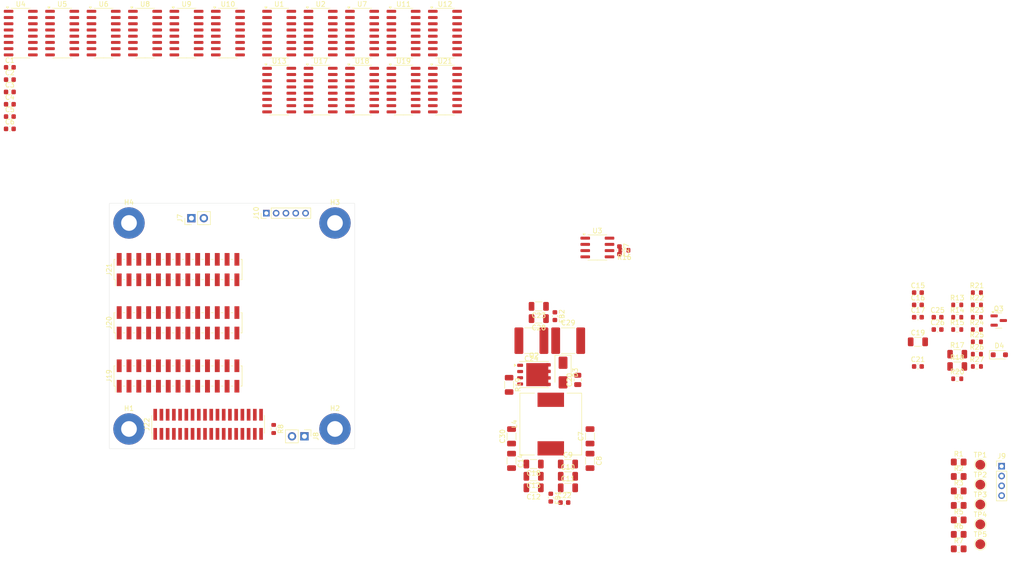
<source format=kicad_pcb>
(kicad_pcb (version 20240108) (generator "pcbnew") (generator_version "8.0")
  (layers (0 "F.Cu" mixed) (1 "In1.Cu" power) (2 "In2.Cu" signal) (3 "In3.Cu" power) (4 "In4.Cu" power) (5 "In5.Cu" signal) (6 "In6.Cu" power) (31 "B.Cu" mixed) (34 "B.Paste" user) (35 "F.Paste" user) (36 "B.SilkS" user "B.Silkscreen") (37 "F.SilkS" user "F.Silkscreen") (38 "B.Mask" user) (39 "F.Mask" user) (44 "Edge.Cuts" user))
  (net 0 "")
  (net 1 "VIN")
  (net 2 "GND")
  (net 3 "VREF")
  (net 4 "Net-(U3-RC)")
  (net 5 "Net-(U3-CS)")
  (net 6 "VCC")
  (net 7 "Net-(D3-K)")
  (net 8 "/FB")
  (net 9 "Net-(D3-A)")
  (net 10 "B+")
  (net 11 "Net-(D4-A)")
  (net 12 "Net-(C25-Pad2)")
  (net 13 "Net-(D4-K)")
  (net 14 "Net-(U3-VCC)")
  (net 15 "/OutTransistorArray/Cath_A03")
  (net 16 "/OutTransistorArray/Cath_A02")
  (net 17 "/OutTransistorArray/Cath_A09")
  (net 18 "/OutTransistorArray/Cath_A08")
  (net 19 "/OutTransistorArray/Cath_A11")
  (net 20 "/OutTransistorArray/Cath_A06")
  (net 21 "/OutTransistorArray/Cath_A10")
  (net 22 "/OutTransistorArray/Cath_A01")
  (net 23 "/OutTransistorArray/Cath_A04")
  (net 24 "/OutTransistorArray/Cath_A07")
  (net 25 "/OutTransistorArray/Cath_A05")
  (net 26 "/OutTransistorArray/Cath_B01")
  (net 27 "/OutTransistorArray/Cath_B10")
  (net 28 "/OutTransistorArray/Cath_B04")
  (net 29 "/OutTransistorArray/Cath_B05")
  (net 30 "/OutTransistorArray/Cath_B11")
  (net 31 "/OutTransistorArray/Cath_B06")
  (net 32 "/OutTransistorArray/Cath_B08")
  (net 33 "/OutTransistorArray/Cath_B07")
  (net 34 "/OutTransistorArray/Cath_B09")
  (net 35 "/OutTransistorArray/Cath_B03")
  (net 36 "/OutTransistorArray/Cath_B02")
  (net 37 "/OutTransistorArray/Cath_C11")
  (net 38 "/OutTransistorArray/Cath_C02")
  (net 39 "/OutTransistorArray/Cath_C08")
  (net 40 "/OutTransistorArray/Cath_C04")
  (net 41 "/OutTransistorArray/Cath_C09")
  (net 42 "/OutTransistorArray/Cath_C03")
  (net 43 "/OutTransistorArray/Cath_C01")
  (net 44 "/OutTransistorArray/Cath_C05")
  (net 45 "/OutTransistorArray/Cath_C10")
  (net 46 "/OutTransistorArray/Cath_C06")
  (net 47 "/OutTransistorArray/Cath_C07")
  (net 48 "/OutTransistorArray/Cath_D11")
  (net 49 "/OutTransistorArray/Cath_D09")
  (net 50 "/OutTransistorArray/Cath_D03")
  (net 51 "/OutTransistorArray/Cath_D10")
  (net 52 "/OutTransistorArray/Cath_D08")
  (net 53 "/OutTransistorArray/Cath_D05")
  (net 54 "/OutTransistorArray/Cath_D04")
  (net 55 "/OutTransistorArray/Cath_D07")
  (net 56 "/OutTransistorArray/Cath_D02")
  (net 57 "/OutTransistorArray/Cath_D01")
  (net 58 "/OutTransistorArray/Cath_D06")
  (net 59 "/OutTransistorArray/Cath_E08")
  (net 60 "/OutTransistorArray/Cath_E01")
  (net 61 "/OutTransistorArray/Cath_E03")
  (net 62 "/OutTransistorArray/Cath_E07")
  (net 63 "/OutTransistorArray/Cath_E02")
  (net 64 "/OutTransistorArray/Cath_E06")
  (net 65 "/OutTransistorArray/Cath_E09")
  (net 66 "/OutTransistorArray/Cath_E10")
  (net 67 "/OutTransistorArray/Cath_E11")
  (net 68 "/OutTransistorArray/Cath_E05")
  (net 69 "/OutTransistorArray/Cath_E04")
  (net 70 "/OutTransistorArray/Cath_F07")
  (net 71 "/OutTransistorArray/Cath_F10")
  (net 72 "/OutTransistorArray/Cath_F09")
  (net 73 "/OutTransistorArray/Cath_F01")
  (net 74 "/OutTransistorArray/Cath_F04")
  (net 75 "/OutTransistorArray/Cath_F06")
  (net 76 "/OutTransistorArray/Cath_F05")
  (net 77 "/OutTransistorArray/Cath_F02")
  (net 78 "/OutTransistorArray/Cath_F08")
  (net 79 "/OutTransistorArray/Cath_F11")
  (net 80 "/OutTransistorArray/Cath_F03")
  (net 82 "/~{ENABLE}")
  (net 83 "/OutTransistorArray/Cath_X02")
  (net 84 "/OutTransistorArray/Cath_X04")
  (net 85 "/OutTransistorArray/Cath_X01")
  (net 86 "/OutTransistorArray/Cath_X03")
  (net 87 "Net-(Q2-G)")
  (net 88 "/ISENSE")
  (net 89 "Net-(Q3-B)")
  (net 90 "Net-(Q3-C)")
  (net 91 "/GATE_SIG")
  (net 92 "/DemultiplexerArray/A04")
  (net 94 "/DemultiplexerArray/A06")
  (net 95 "/DemultiplexerArray/A07")
  (net 96 "/DemultiplexerArray/A03")
  (net 97 "/DemultiplexerArray/A01")
  (net 98 "/DemultiplexerArray/A02")
  (net 99 "/DemultiplexerArray/A05")
  (net 100 "/DemultiplexerArray/B01")
  (net 101 "/DemultiplexerArray/A09")
  (net 102 "/DemultiplexerArray/B03")
  (net 103 "/DemultiplexerArray/A10")
  (net 105 "/DemultiplexerArray/B02")
  (net 106 "/DemultiplexerArray/A08")
  (net 107 "/DemultiplexerArray/B06")
  (net 108 "/DemultiplexerArray/B04")
  (net 109 "/DemultiplexerArray/B05")
  (net 110 "/DemultiplexerArray/B08")
  (net 111 "/DemultiplexerArray/B09")
  (net 112 "/DemultiplexerArray/B10")
  (net 113 "/DemultiplexerArray/B07")
  (net 114 "/DemultiplexerArray/C10")
  (net 115 "/DemultiplexerArray/C09")
  (net 116 "/DemultiplexerArray/C07")
  (net 117 "/DemultiplexerArray/C02")
  (net 118 "/DemultiplexerArray/C05")
  (net 119 "/DemultiplexerArray/C08")
  (net 120 "/DemultiplexerArray/C03")
  (net 121 "/DemultiplexerArray/C01")
  (net 122 "/DemultiplexerArray/C04")
  (net 123 "/DemultiplexerArray/C06")
  (net 125 "/DemultiplexerArray/D05")
  (net 126 "/DemultiplexerArray/D03")
  (net 127 "/DemultiplexerArray/D02")
  (net 128 "/DemultiplexerArray/D10")
  (net 129 "/DemultiplexerArray/D09")
  (net 130 "/DemultiplexerArray/D04")
  (net 131 "/DemultiplexerArray/D06")
  (net 132 "/DemultiplexerArray/D08")
  (net 133 "/DemultiplexerArray/D07")
  (net 134 "/DemultiplexerArray/D01")
  (net 135 "/DemultiplexerArray/E05")
  (net 136 "/DemultiplexerArray/E06")
  (net 137 "/DemultiplexerArray/E04")
  (net 138 "/DemultiplexerArray/E09")
  (net 139 "/DemultiplexerArray/E10")
  (net 140 "/DemultiplexerArray/E02")
  (net 141 "/DemultiplexerArray/E07")
  (net 142 "/DemultiplexerArray/E01")
  (net 143 "/DemultiplexerArray/E03")
  (net 144 "/DemultiplexerArray/E08")
  (net 145 "/DemultiplexerArray/F10")
  (net 146 "/DemultiplexerArray/F07")
  (net 147 "/DemultiplexerArray/F09")
  (net 148 "/DemultiplexerArray/F02")
  (net 149 "/DemultiplexerArray/F05")
  (net 150 "/DemultiplexerArray/F03")
  (net 151 "/DemultiplexerArray/F04")
  (net 152 "/DemultiplexerArray/F06")
  (net 153 "/DemultiplexerArray/F01")
  (net 154 "/DemultiplexerArray/F08")
  (net 162 "Net-(J10-Pin_5)")
  (net 169 "Net-(J19-Pin_26)")
  (net 170 "Net-(J19-Pin_25)")
  (net 171 "Net-(J20-Pin_25)")
  (net 172 "Net-(J20-Pin_26)")
  (net 173 "Net-(J21-Pin_25)")
  (net 174 "Net-(J21-Pin_26)")
  (net 175 "/E_bit3")
  (net 176 "/A_bit3")
  (net 177 "/D_bit0")
  (net 178 "/E_bit2")
  (net 179 "/E11")
  (net 180 "/D_bit2")
  (net 181 "/D_bit1")
  (net 182 "/X01")
  (net 183 "/A_bit2")
  (net 184 "/C_bit3")
  (net 185 "/F_bit3")
  (net 186 "/B_bit0")
  (net 187 "/F_bit1")
  (net 188 "/X04")
  (net 189 "/D11")
  (net 190 "/F_bit2")
  (net 191 "/X02")
  (net 192 "/B_bit1")
  (net 193 "/C_bit1")
  (net 194 "/C_bit2")
  (net 195 "/A_bit1")
  (net 196 "/B_bit2")
  (net 197 "/C11")
  (net 198 "/B_bit3")
  (net 199 "Net-(J22-Pin_33)")
  (net 200 "/F_bit0")
  (net 201 "/F11")
  (net 202 "/E_bit1")
  (net 203 "/X03")
  (net 204 "/C_bit0")
  (net 205 "/D_bit3")
  (net 206 "/A11")
  (net 207 "/B11")
  (net 208 "/A_bit0")
  (net 209 "/E_bit0")
  (footprint "Capacitor_SMD:C_2220_5750Metric" (layer "F.Cu") (at 136.05 78 180)
    (property "Reference" "C24" (at 0 -3.65 180) (layer "F.SilkS"))
    (property "Value" "1u 250V")
    (pad "1" smd roundrect (at -2.55 0 180) (size 1.8 5.4) (layers "F.Cu" "F.Paste" "F.Mask") (roundrect_rratio 0.138889) (net 7 "Net-(D3-K)"))
    (pad "2" smd roundrect (at 2.55 0 180) (size 1.8 5.4) (layers "F.Cu" "F.Paste" "F.Mask") (roundrect_rratio 0.138889) (net 2 "GND"))
  )
  (footprint "Connector_PinHeader_2.00mm:PinHeader_1x04_P2.00mm_Vertical" (layer "F.Cu") (at 231.925 103.595)
    (property "Reference" "J9" (at 0 -2.06 0) (layer "F.SilkS"))
    (property "Value" "~{EN}")
    (pad "1" thru_hole rect (at 0 0) (size 1.35 1.35) (drill 0.8) (layers "*.Cu" "*.Mask") (net 2 "GND"))
    (pad "2" thru_hole oval (at 0 2) (size 1.35 1.35) (drill 0.8) (layers "*.Cu" "*.Mask") (net 82 "/~{ENABLE}"))
    (pad "3" thru_hole oval (at 0 4) (size 1.35 1.35) (drill 0.8) (layers "*.Cu" "*.Mask") (net 1 "VIN"))
    (pad "4" thru_hole oval (at 0 6) (size 1.35 1.35) (drill 0.8) (layers "*.Cu" "*.Mask"))
  )
  (footprint "Resistor_SMD:R_0603_1608Metric" (layer "F.Cu") (at 226.885 70.705)
    (property "Reference" "R22" (at 0 -1.43 0) (layer "F.SilkS"))
    (property "Value" "2k")
    (pad "1" smd roundrect (at -0.825 0) (size 0.8 0.95) (layers "F.Cu" "F.Paste" "F.Mask") (net 13 "Net-(D4-K)"))
    (pad "2" smd roundrect (at 0.825 0) (size 0.8 0.95) (layers "F.Cu" "F.Paste" "F.Mask") (net 1 "VIN"))
  )
  (footprint "TestPoint:TestPoint_Pad_D2.0mm" (layer "F.Cu") (at 227.575 111.395)
    (property "Reference" "TP3" (at 0 -1.998 0) (layer "F.SilkS"))
    (property "Value" "TP_COMP")
    (pad "1" smd circle (at 0 0) (size 2 2) (layers "F.Cu" "F.Mask") (net 11 "Net-(D4-A)"))
  )
  (footprint "Resistor_SMD:R_0603_1608Metric" (layer "F.Cu") (at 83.5 96 -90)
    (property "Reference" "R8" (at 0 -1.43 90) (layer "F.SilkS"))
    (property "Value" "0")
    (pad "1" smd roundrect (at -0.825 0 270) (size 0.8 0.95) (layers "F.Cu" "F.Paste" "F.Mask") (net 199 "Net-(J22-Pin_33)"))
    (pad "2" smd roundrect (at 0.825 0 270) (size 0.8 0.95) (layers "F.Cu" "F.Paste" "F.Mask") (net 1 "VIN"))
  )
  (footprint "Package_SO:SOIC-16_3.9x9.9mm_P1.27mm" (layer "F.Cu") (at 101.525 15.285)
    (property "Reference" "U7" (at 0 -5.9 0) (layer "F.SilkS"))
    (property "Value" "SN75468")
    (pad "1" smd roundrect (at -2.475 -4.445) (size 1.95 0.6) (layers "F.Cu" "F.Paste" "F.Mask") (net 108 "/DemultiplexerArray/B04"))
    (pad "2" smd roundrect (at -2.475 -3.175) (size 1.95 0.6) (layers "F.Cu" "F.Paste" "F.Mask") (net 109 "/DemultiplexerArray/B05"))
    (pad "3" smd roundrect (at -2.475 -1.905) (size 1.95 0.6) (layers "F.Cu" "F.Paste" "F.Mask") (net 107 "/DemultiplexerArray/B06"))
    (pad "4" smd roundrect (at -2.475 -0.635) (size 1.95 0.6) (layers "F.Cu" "F.Paste" "F.Mask") (net 113 "/DemultiplexerArray/B07"))
    (pad "5" smd roundrect (at -2.475 0.635) (size 1.95 0.6) (layers "F.Cu" "F.Paste" "F.Mask") (net 110 "/DemultiplexerArray/B08"))
    (pad "6" smd roundrect (at -2.475 1.905) (size 1.95 0.6) (layers "F.Cu" "F.Paste" "F.Mask") (net 111 "/DemultiplexerArray/B09"))
    (pad "7" smd roundrect (at -2.475 3.175) (size 1.95 0.6) (layers "F.Cu" "F.Paste" "F.Mask") (net 112 "/DemultiplexerArray/B10"))
    (pad "8" smd roundrect (at -2.475 4.445) (size 1.95 0.6) (layers "F.Cu" "F.Paste" "F.Mask") (net 2 "GND"))
    (pad "9" smd roundrect (at 2.475 4.445) (size 1.95 0.6) (layers "F.Cu" "F.Paste" "F.Mask"))
    (pad "10" smd roundrect (at 2.475 3.175) (size 1.95 0.6) (layers "F.Cu" "F.Paste" "F.Mask") (net 27 "/OutTransistorArray/Cath_B10"))
    (pad "11" smd roundrect (at 2.475 1.905) (size 1.95 0.6) (layers "F.Cu" "F.Paste" "F.Mask") (net 34 "/OutTransistorArray/Cath_B09"))
    (pad "12" smd roundrect (at 2.475 0.635) (size 1.95 0.6) (layers "F.Cu" "F.Paste" "F.Mask") (net 32 "/OutTransistorArray/Cath_B08"))
    (pad "13" smd roundrect (at 2.475 -0.635) (size 1.95 0.6) (layers "F.Cu" "F.Paste" "F.Mask") (net 33 "/OutTransistorArray/Cath_B07"))
    (pad "14" smd roundrect (at 2.475 -1.905) (size 1.95 0.6) (layers "F.Cu" "F.Paste" "F.Mask") (net 31 "/OutTransistorArray/Cath_B06"))
    (pad "15" smd roundrect (at 2.475 -3.175) (size 1.95 0.6) (layers "F.Cu" "F.Paste" "F.Mask") (net 29 "/OutTransistorArray/Cath_B05"))
    (pad "16" smd roundrect (at 2.475 -4.445) (size 1.95 0.6) (layers "F.Cu" "F.Paste" "F.Mask") (net 28 "/OutTransistorArray/Cath_B04"))
  )
  (footprint "TestPoint:TestPoint_Pad_D2.0mm" (layer "F.Cu") (at 227.575 115.445)
    (property "Reference" "TP4" (at 0 -1.998 0) (layer "F.SilkS"))
    (property "Value" "TP_ISENSE")
    (pad "1" smd circle (at 0 0) (size 2 2) (layers "F.Cu" "F.Mask") (net 88 "/ISENSE"))
  )
  (footprint "Package_SO:SOIC-16_3.9x9.9mm_P1.27mm" (layer "F.Cu") (at 57.275 15.285)
    (property "Reference" "U8" (at 0 -5.9 0) (layer "F.SilkS"))
    (property "Value" "4028")
    (pad "1" smd roundrect (at -2.475 -4.445) (size 1.95 0.6) (layers "F.Cu" "F.Paste" "F.Mask") (net 125 "/DemultiplexerArray/D05"))
    (pad "2" smd roundrect (at -2.475 -3.175) (size 1.95 0.6) (layers "F.Cu" "F.Paste" "F.Mask") (net 126 "/DemultiplexerArray/D03"))
    (pad "3" smd roundrect (at -2.475 -1.905) (size 1.95 0.6) (layers "F.Cu" "F.Paste" "F.Mask") (net 134 "/DemultiplexerArray/D01"))
    (pad "4" smd roundrect (at -2.475 -0.635) (size 1.95 0.6) (layers "F.Cu" "F.Paste" "F.Mask") (net 132 "/DemultiplexerArray/D08"))
    (pad "5" smd roundrect (at -2.475 0.635) (size 1.95 0.6) (layers "F.Cu" "F.Paste" "F.Mask") (net 128 "/DemultiplexerArray/D10"))
    (pad "6" smd roundrect (at -2.475 1.905) (size 1.95 0.6) (layers "F.Cu" "F.Paste" "F.Mask") (net 131 "/DemultiplexerArray/D06"))
    (pad "7" smd roundrect (at -2.475 3.175) (size 1.95 0.6) (layers "F.Cu" "F.Paste" "F.Mask") (net 133 "/DemultiplexerArray/D07"))
    (pad "8" smd roundrect (at -2.475 4.445) (size 1.95 0.6) (layers "F.Cu" "F.Paste" "F.Mask") (net 2 "GND"))
    (pad "9" smd roundrect (at 2.475 4.445) (size 1.95 0.6) (layers "F.Cu" "F.Paste" "F.Mask") (net 129 "/DemultiplexerArray/D09"))
    (pad "10" smd roundrect (at 2.475 3.175) (size 1.95 0.6) (layers "F.Cu" "F.Paste" "F.Mask") (net 177 "/D_bit0"))
    (pad "11" smd roundrect (at 2.475 1.905) (size 1.95 0.6) (layers "F.Cu" "F.Paste" "F.Mask") (net 205 "/D_bit3"))
    (pad "12" smd roundrect (at 2.475 0.635) (size 1.95 0.6) (layers "F.Cu" "F.Paste" "F.Mask") (net 180 "/D_bit2"))
    (pad "13" smd roundrect (at 2.475 -0.635) (size 1.95 0.6) (layers "F.Cu" "F.Paste" "F.Mask") (net 181 "/D_bit1"))
    (pad "14" smd roundrect (at 2.475 -1.905) (size 1.95 0.6) (layers "F.Cu" "F.Paste" "F.Mask") (net 127 "/DemultiplexerArray/D02"))
    (pad "15" smd roundrect (at 2.475 -3.175) (size 1.95 0.6) (layers "F.Cu" "F.Paste" "F.Mask") (net 130 "/DemultiplexerArray/D04"))
    (pad "16" smd roundrect (at 2.475 -4.445) (size 1.95 0.6) (layers "F.Cu" "F.Paste" "F.Mask") (net 1 "VIN"))
  )
  (footprint "Resistor_SMD:R_0603_1608Metric" (layer "F.Cu") (at 222.875 70.705)
    (property "Reference" "R13" (at 0 -1.43 0) (layer "F.SilkS"))
    (property "Value" "41.2k")
    (pad "1" smd roundrect (at -0.825 0) (size 0.8 0.95) (layers "F.Cu" "F.Paste" "F.Mask") (net 4 "Net-(U3-RC)"))
    (pad "2" smd roundrect (at 0.825 0) (size 0.8 0.95) (layers "F.Cu" "F.Paste" "F.Mask") (net 3 "VREF"))
  )
  (footprint "Capacitor_SMD:C_1206_3216Metric" (layer "F.Cu") (at 143.5 103.15)
    (property "Reference" "C9" (at 0 -1.85 360) (layer "F.SilkS"))
    (property "Value" "10u 50V")
    (pad "1" smd roundrect (at -1.475 0) (size 1.15 1.8) (layers "F.Cu" "F.Paste" "F.Mask") (roundrect_rratio 0.217391) (net 6 "VCC"))
    (pad "2" smd roundrect (at 1.475 0) (size 1.15 1.8) (layers "F.Cu" "F.Paste" "F.Mask") (roundrect_rratio 0.217391) (net 2 "GND"))
  )
  (footprint "Capacitor_SMD:C_0603_1608Metric" (layer "F.Cu") (at 29.705 22.265)
    (property "Reference" "C1" (at 0 -1.43 0) (layer "F.SilkS"))
    (property "Value" "100n")
    (pad "1" smd roundrect (at -0.775 0) (size 0.9 0.95) (layers "F.Cu" "F.Paste" "F.Mask") (net 1 "VIN"))
    (pad "2" smd roundrect (at 0.775 0) (size 0.9 0.95) (layers "F.Cu" "F.Paste" "F.Mask") (net 2 "GND"))
  )
  (footprint "Resistor_SMD:R_0603_1608Metric" (layer "F.Cu") (at 226.885 80.745)
    (property "Reference" "R26" (at 0 -1.43 0) (layer "F.SilkS"))
    (property "Value" "0")
    (pad "1" smd roundrect (at -0.825 0) (size 0.8 0.95) (layers "F.Cu" "F.Paste" "F.Mask") (net 14 "Net-(U3-VCC)"))
    (pad "2" smd roundrect (at 0.825 0) (size 0.8 0.95) (layers "F.Cu" "F.Paste" "F.Mask") (net 6 "VCC"))
  )
  (footprint "Capacitor_SMD:C_2220_5750Metric" (layer "F.Cu") (at 143.55 78)
    (property "Reference" "C29" (at 0 -3.65 0) (layer "F.SilkS"))
    (property "Value" "1u 250V")
    (pad "1" smd roundrect (at -2.55 0) (size 1.8 5.4) (layers "F.Cu" "F.Paste" "F.Mask") (roundrect_rratio 0.138889) (net 7 "Net-(D3-K)"))
    (pad "2" smd roundrect (at 2.55 0) (size 1.8 5.4) (layers "F.Cu" "F.Paste" "F.Mask") (roundrect_rratio 0.138889) (net 2 "GND"))
  )
  (footprint "Resistor_SMD:R_0805_2012Metric_Pad1.20x1.40mm_HandSolder" (layer "F.Cu") (at 223.175 120.445)
    (property "Reference" "R7" (at 0 -1.65 0) (layer "F.SilkS"))
    (property "Value" "8.66k")
    (pad "1" smd roundrect (at -1 0) (size 1.2 1.4) (layers "F.Cu" "F.Paste" "F.Mask") (roundrect_rratio 0.208333) (net 10 "B+"))
    (pad "2" smd roundrect (at 1 0) (size 1.2 1.4) (layers "F.Cu" "F.Paste" "F.Mask") (roundrect_rratio 0.208333) (net 162 "Net-(J10-Pin_5)"))
  )
  (footprint "Inductor_SMD:L_0603_1608Metric" (layer "F.Cu") (at 140 110 -90)
    (property "Reference" "FB1" (at 0 -1.43 90) (layer "F.SilkS"))
    (property "Value" "60R@100MHz")
    (pad "1" smd roundrect (at -0.7875 0 270) (size 0.875 0.95) (layers "F.Cu" "F.Paste" "F.Mask") (net 6 "VCC"))
    (pad "2" smd roundrect (at 0.7875 0 270) (size 0.875 0.95) (layers "F.Cu" "F.Paste" "F.Mask") (net 1 "VIN"))
  )
  (footprint "Capacitor_SMD:C_1206_3216Metric" (layer "F.Cu") (at 137.55 73.5 180)
    (property "Reference" "C28" (at 0 -1.85 360) (layer "F.SilkS"))
    (property "Value" "100n 250V")
    (pad "1" smd roundrect (at -1.475 0 180) (size 1.15 1.8) (layers "F.Cu" "F.Paste" "F.Mask") (roundrect_rratio 0.217391) (net 7 "Net-(D3-K)"))
    (pad "2" smd roundrect (at 1.475 0 180) (size 1.15 1.8) (layers "F.Cu" "F.Paste" "F.Mask") (roundrect_rratio 0.217391) (net 2 "GND"))
  )
  (footprint "TestPoint:TestPoint_Pad_D2.0mm" (layer "F.Cu") (at 227.575 107.345)
    (property "Reference" "TP2" (at 0 -1.998 0) (layer "F.SilkS"))
    (property "Value" "TP_GATE")
    (pad "1" smd circle (at 0 0) (size 2 2) (layers "F.Cu" "F.Mask") (net 91 "/GATE_SIG"))
  )
  (footprint "Capacitor_SMD:C_0603_1608Metric" (layer "F.Cu") (at 214.855 83.255)
    (property "Reference" "C21" (at 0 -1.43 0) (layer "F.SilkS"))
    (property "Value" "100u")
    (pad "1" smd roundrect (at -0.775 0) (size 0.9 0.95) (layers "F.Cu" "F.Paste" "F.Mask") (net 1 "VIN"))
    (pad "2" smd roundrect (at 0.775 0) (size 0.9 0.95) (layers "F.Cu" "F.Paste" "F.Mask") (net 2 "GND"))
  )
  (footprint "Diode_SMD:D_SMA" (layer "F.Cu") (at 142.5 84.5 -90)
    (property "Reference" "D3" (at 0 -2.5 90) (layer "F.SilkS"))
    (property "Value" "ES1D")
    (pad "1" smd roundrect (at -2 0 270) (size 2.5 1.8) (layers "F.Cu" "F.Paste" "F.Mask") (roundrect_rratio 0.1388888889) (net 7 "Net-(D3-K)"))
    (pad "2" smd roundrect (at 2 0 270) (size 2.5 1.8) (layers "F.Cu" "F.Paste" "F.Mask") (roundrect_rratio 0.1388888889) (net 9 "Net-(D3-A)"))
  )
  (footprint "Capacitor_SMD:C_0603_1608Metric" (layer "F.Cu") (at 142.775 111)
    (property "Reference" "C22" (at 0 -1.43 0) (layer "F.SilkS"))
    (property "Value" "100n")
    (pad "1" smd roundrect (at -0.775 0) (size 0.9 0.95) (layers "F.Cu" "F.Paste" "F.Mask") (net 1 "VIN"))
    (pad "2" smd roundrect (at 0.775 0) (size 0.9 0.95) (layers "F.Cu" "F.Paste" "F.Mask") (net 2 "GND"))
  )
  (footprint "Capacitor_SMD:C_1206_3216Metric" (layer "F.Cu") (at 214.855 78.235)
    (property "Reference" "C19" (at 0 -1.85 0) (layer "F.SilkS"))
    (property "Value" "100p 250V")
    (pad "1" smd roundrect (at -1.475 0) (size 1.15 1.8) (layers "F.Cu" "F.Paste" "F.Mask") (roundrect_rratio 0.217391) (net 7 "Net-(D3-K)"))
    (pad "2" smd roundrect (at 1.475 0) (size 1.15 1.8) (layers "F.Cu" "F.Paste" "F.Mask") (roundrect_rratio 0.217391) (net 8 "/FB"))
  )
  (footprint "Resistor_SMD:R_0805_2012Metric_Pad1.20x1.40mm_HandSolder" (layer "F.Cu") (at 223.175 108.645)
    (property "Reference" "R3" (at 0 -1.65 0) (layer "F.SilkS"))
    (property "Value" "8.66k")
    (pad "1" smd roundrect (at -1 0) (size 1.2 1.4) (layers "F.Cu" "F.Paste" "F.Mask") (roundrect_rratio 0.208333) (net 10 "B+"))
    (pad "2" smd roundrect (at 1 0) (size 1.2 1.4) (layers "F.Cu" "F.Paste" "F.Mask") (roundrect_rratio 0.208333) (net 171 "Net-(J20-Pin_25)"))
  )
  (footprint "Resistor_SMD:R_0603_1608Metric" (layer "F.Cu") (at 226.885 73.215)
    (property "Reference" "R23" (at 0 -1.43 0) (layer "F.SilkS"))
    (property "Value" "100k")
    (pad "1" smd roundrect (at -0.825 0) (size 0.8 0.95) (layers "F.Cu" "F.Paste" "F.Mask") (net 2 "GND"))
    (pad "2" smd roundrect (at 0.825 0) (size 0.8 0.95) (layers "F.Cu" "F.Paste" "F.Mask") (net 13 "Net-(D4-K)"))
  )
  (footprint "Resistor_SMD:R_1206_3216Metric" (layer "F.Cu") (at 222.875 83.255)
    (property "Reference" "R18" (at 0 -1.82 0) (layer "F.SilkS"))
    (property "Value" "7.68k, 1%")
    (pad "1" smd roundrect (at -1.4625 0) (size 1.125 1.75) (layers "F.Cu" "F.Paste" "F.Mask") (roundrect_rratio 0.222222) (net 2 "GND"))
    (pad "2" smd roundrect (at 1.4625 0) (size 1.125 1.75) (layers "F.Cu" "F.Paste" "F.Mask") (roundrect_rratio 0.222222) (net 8 "/FB"))
  )
  (footprint "Connector_PinHeader_2.54mm:PinHeader_1x02_P2.54mm_Vertical" (layer "F.Cu") (at 89.775 97.5 -90)
    (property "Reference" "J8" (at 0 -2.33 90) (layer "F.SilkS"))
    (property "Value" "V_IN")
    (pad "1" thru_hole rect (at 0 0 270) (size 1.7 1.7) (drill 1) (layers "*.Cu" "*.Mask") (net 2 "GND"))
    (pad "2" thru_hole oval (at 0 2.54 270) (size 1.7 1.7) (drill 1) (layers "*.Cu" "*.Mask") (net 1 "VIN"))
  )
  (footprint "Package_SO:SOIC-16_3.9x9.9mm_P1.27mm" (layer "F.Cu") (at 48.825 15.285)
    (property "Reference" "U6" (at 0 -5.9 0) (layer "F.SilkS"))
    (property "Value" "4028")
    (pad "1" smd roundrect (at -2.475 -4.445) (size 1.95 0.6) (layers "F.Cu" "F.Paste" "F.Mask") (net 118 "/DemultiplexerArray/C05"))
    (pad "2" smd roundrect (at -2.475 -3.175) (size 1.95 0.6) (layers "F.Cu" "F.Paste" "F.Mask") (net 120 "/DemultiplexerArray/C03"))
    (pad "3" smd roundrect (at -2.475 -1.905) (size 1.95 0.6) (layers "F.Cu" "F.Paste" "F.Mask") (net 121 "/DemultiplexerArray/C01"))
    (pad "4" smd roundrect (at -2.475 -0.635) (size 1.95 0.6) (layers "F.Cu" "F.Paste" "F.Mask") (net 119 "/DemultiplexerArray/C08"))
    (pad "5" smd roundrect (at -2.475 0.635) (size 1.95 0.6) (layers "F.Cu" "F.Paste" "F.Mask") (net 114 "/DemultiplexerArray/C10"))
    (pad "6" smd roundrect (at -2.475 1.905) (size 1.95 0.6) (layers "F.Cu" "F.Paste" "F.Mask") (net 123 "/DemultiplexerArray/C06"))
    (pad "7" smd roundrect (at -2.475 3.175) (size 1.95 0.6) (layers "F.Cu" "F.Paste" "F.Mask") (net 116 "/DemultiplexerArray/C07"))
    (pad "8" smd roundrect (at -2.475 4.445) (size 1.95 0.6) (layers "F.Cu" "F.Paste" "F.Mask") (net 2 "GND"))
    (pad "9" smd roundrect (at 2.475 4.445) (size 1.95 0.6) (layers "F.Cu" "F.Paste" "F.Mask") (net 115 "/DemultiplexerArray/C09"))
    (pad "10" smd roundrect (at 2.475 3.175) (size 1.95 0.6) (layers "F.Cu" "F.Paste" "F.Mask") (net 204 "/C_bit0"))
    (pad "11" smd roundrect (at 2.475 1.905) (size 1.95 0.6) (layers "F.Cu" "F.Paste" "F.Mask") (net 184 "/C_bit3"))
    (pad "12" smd roundrect (at 2.475 0.635) (size 1.95 0.6) (layers "F.Cu" "F.Paste" "F.Mask") (net 194 "/C_bit2"))
    (pad "13" smd roundrect (at 2.475 -0.635) (size 1.95 0.6) (layers "F.Cu" "F.Paste" "F.Mask") (net 193 "/C_bit1"))
    (pad "14" smd roundrect (at 2.475 -1.905) (size 1.95 0.6) (layers "F.Cu" "F.Paste" "F.Mask") (net 117 "/DemultiplexerArray/C02"))
    (pad "15" smd roundrect (at 2.475 -3.175) (size 1.95 0.6) (layers "F.Cu" "F.Paste" "F.Mask") (net 122 "/DemultiplexerArray/C04"))
    (pad "16" smd roundrect (at 2.475 -4.445) (size 1.95 0.6) (layers "F.Cu" "F.Paste" "F.Mask") (net 1 "VIN"))
  )
  (footprint "Package_SO:SOIC-16_3.9x9.9mm_P1.27mm" (layer "F.Cu") (at 84.625 15.285)
    (property "Reference" "U1" (at 0 -5.9 0) (layer "F.SilkS"))
    (property "Value" "SN75468")
    (pad "1" smd roundrect (at -2.475 -4.445) (size 1.95 0.6) (layers "F.Cu" "F.Paste" "F.Mask") (net 97 "/DemultiplexerArray/A01"))
    (pad "2" smd roundrect (at -2.475 -3.175) (size 1.95 0.6) (layers "F.Cu" "F.Paste" "F.Mask") (net 98 "/DemultiplexerArray/A02"))
    (pad "3" smd roundrect (at -2.475 -1.905) (size 1.95 0.6) (layers "F.Cu" "F.Paste" "F.Mask") (net 96 "/DemultiplexerArray/A03"))
    (pad "4" smd roundrect (at -2.475 -0.635) (size 1.95 0.6) (layers "F.Cu" "F.Paste" "F.Mask") (net 92 "/DemultiplexerArray/A04"))
    (pad "5" smd roundrect (at -2.475 0.635) (size 1.95 0.6) (layers "F.Cu" "F.Paste" "F.Mask") (net 99 "/DemultiplexerArray/A05"))
    (pad "6" smd roundrect (at -2.475 1.905) (size 1.95 0.6) (layers "F.Cu" "F.Paste" "F.Mask") (net 94 "/DemultiplexerArray/A06"))
    (pad "7" smd roundrect (at -2.475 3.175) (size 1.95 0.6) (layers "F.Cu" "F.Paste" "F.Mask") (net 95 "/DemultiplexerArray/A07"))
    (pad "8" smd roundrect (at -2.475 4.445) (size 1.95 0.6) (layers "F.Cu" "F.Paste" "F.Mask") (net 2 "GND"))
    (pad "9" smd roundrect (at 2.475 4.445) (size 1.95 0.6) (layers "F.Cu" "F.Paste" "F.Mask"))
    (pad "10" smd roundrect (at 2.475 3.175) (size 1.95 0.6) (layers "F.Cu" "F.Paste" "F.Mask") (net 24 "/OutTransistorArray/Cath_A07"))
    (pad "11" smd roundrect (at 2.475 1.905) (size 1.95 0.6) (layers "F.Cu" "F.Paste" "F.Mask") (net 20 "/OutTransistorArray/Cath_A06"))
    (pad "12" smd roundrect (at 2.475 0.635) (size 1.95 0.6) (layers "F.Cu" "F.Paste" "F.Mask") (net 25 "/OutTransistorArray/Cath_A05"))
    (pad "13" smd roundrect (at 2.475 -0.635) (size 1.95 0.6) (layers "F.Cu" "F.Paste" "F.Mask") (net 23 "/OutTransistorArray/Cath_A04"))
    (pad "14" smd roundrect (at 2.475 -1.905) (size 1.95 0.6) (layers "F.Cu" "F.Paste" "F.Mask") (net 15 "/OutTransistorArray/Cath_A03"))
    (pad "15" smd roundrect (at 2.475 -3.175) (size 1.95 0.6) (layers "F.Cu" "F.Paste" "F.Mask") (net 16 "/OutTransistorArray/Cath_A02"))
    (pad "16" smd roundrect (at 2.475 -4.445) (size 1.95 0.6) (layers "F.Cu" "F.Paste" "F.Mask") (net 22 "/OutTransistorArray/Cath_A01"))
  )
  (footprint "Diode_SMD:D_SOD-323_HandSoldering" (layer "F.Cu") (at 231.46 80.875)
    (property "Reference" "D4" (at 0 -1.85 0) (layer "F.SilkS"))
    (property "Value" "BAT54WS-TP")
    (pad "1" smd roundrect (at -1.25 0) (size 1 1) (layers "F.Cu" "F.Paste" "F.Mask") (net 13 "Net-(D4-K)"))
    (pad "2" smd roundrect (at 1.25 0) (size 1 1) (layers "F.Cu" "F.Paste" "F.Mask") (net 11 "Net-(D4-A)"))
  )
  (footprint "Capacitor_SMD:C_0603_1608Metric" (layer "F.Cu") (at 214.855 68.195)
    (property "Reference" "C15" (at 0 -1.43 0) (layer "F.SilkS"))
    (property "Value" "100n")
    (pad "1" smd roundrect (at -0.775 0) (size 0.9 0.95) (layers "F.Cu" "F.Paste" "F.Mask") (net 3 "VREF"))
    (pad "2" smd roundrect (at 0.775 0) (size 0.9 0.95) (layers "F.Cu" "F.Paste" "F.Mask") (net 2 "GND"))
  )
  (footprint "Resistor_SMD:R_0805_2012Metric_Pad1.20x1.40mm_HandSolder" (layer "F.Cu") (at 223.175 114.545)
    (property "Reference" "R5" (at 0 -1.65 0) (layer "F.SilkS"))
    (property "Value" "8.66k")
    (pad "1" smd roundrect (at -1 0) (size 1.2 1.4) (layers "F.Cu" "F.Paste" "F.Mask") (roundrect_rratio 0.208333) (net 10 "B+"))
    (pad "2" smd roundrect (at 1 0) (size 1.2 1.4) (layers "F.Cu" "F.Paste" "F.Mask") (roundrect_rratio 0.208333) (net 173 "Net-(J21-Pin_25)"))
  )
  (footprint "Package_SO:SOIC-16_3.9x9.9mm_P1.27mm" (layer "F.Cu") (at 84.625 26.905)
    (property "Reference" "U13" (at 0 -5.9 0) (layer "F.SilkS"))
    (property "Value" "SN75468")
    (pad "1" smd roundrect (at -2.475 -4.445) (size 1.95 0.6) (layers "F.Cu" "F.Paste" "F.Mask") (net 126 "/DemultiplexerArray/D03"))
    (pad "2" smd roundrect (at -2.475 -3.175) (size 1.95 0.6) (layers "F.Cu" "F.Paste" "F.Mask") (net 130 "/DemultiplexerArray/D04"))
    (pad "3" smd roundrect (at -2.475 -1.905) (size 1.95 0.6) (layers "F.Cu" "F.Paste" "F.Mask") (net 125 "/DemultiplexerArray/D05"))
    (pad "4" smd roundrect (at -2.475 -0.635) (size 1.95 0.6) (layers "F.Cu" "F.Paste" "F.Mask") (net 131 "/DemultiplexerArray/D06"))
    (pad "5" smd roundrect (at -2.475 0.635) (size 1.95 0.6) (layers "F.Cu" "F.Paste" "F.Mask") (net 133 "/DemultiplexerArray/D07"))
    (pad "6" smd roundrect (at -2.475 1.905) (size 1.95 0.6) (layers "F.Cu" "F.Paste" "F.Mask") (net 132 "/DemultiplexerArray/D08"))
    (pad "7" smd roundrect (at -2.475 3.175) (size 1.95 0.6) (layers "F.Cu" "F.Paste" "F.Mask") (net 129 "/DemultiplexerArray/D09"))
    (pad "8" smd roundrect (at -2.475 4.445) (size 1.95 0.6) (layers "F.Cu" "F.Paste" "F.Mask") (net 2 "GND"))
    (pad "9" smd roundrect (at 2.475 4.445) (size 1.95 0.6) (layers "F.Cu" "F.Paste" "F.Mask"))
    (pad "10" smd roundrect (at 2.475 3.175) (size 1.95 0.6) (layers "F.Cu" "F.Paste" "F.Mask") (net 49 "/OutTransistorArray/Cath_D09"))
    (pad "11" smd roundrect (at 2.475 1.905) (size 1.95 0.6) (layers "F.Cu" "F.Paste" "F.Mask") (net 52 "/OutTransistorArray/Cath_D08"))
    (pad "12" smd roundrect (at 2.475 0.635) (size 1.95 0.6) (layers "F.Cu" "F.Paste" "F.Mask") (net 55 "/OutTransistorArray/Cath_D07"))
    (pad "13" smd roundrect (at 2.475 -0.635) (size 1.95 0.6) (layers "F.Cu" "F.Paste" "F.Mask") (net 58 "/OutTransistorArray/Cath_D06"))
    (pad "14" smd roundrect (at 2.475 -1.905) (size 1.95 0.6) (layers "F.Cu" "F.Paste" "F.Mask") (net 53 "/OutTransistorArray/Cath_D05"))
    (pad "15" smd roundrect (at 2.475 -3.175) (size 1.95 0.6) (layers "F.Cu" "F.Paste" "F.Mask") (net 54 "/OutTransistorArray/Cath_D04"))
    (pad "16" smd roundrect (at 2.475 -4.445) (size 1.95 0.6) (layers "F.Cu" "F.Paste" "F.Mask") (net 50 "/OutTransistorArray/Cath_D03"))
  )
  (footprint "TestPoint:TestPoint_Pad_D2.0mm" (layer "F.Cu") (at 227.575 103.295)
    (property "Reference" "TP1" (at 0 -1.998 0) (layer "F.SilkS"))
    (property "Value" "TP_FB")
    (pad "1" smd circle (at 0 0) (size 2 2) (layers "F.Cu" "F.Mask") (net 8 "/FB"))
  )
  (footprint "Package_SO:SOIC-16_3.9x9.9mm_P1.27mm" (layer "F.Cu") (at 118.425 15.285)
    (property "Reference" "U12" (at 0 -5.9 0) (layer "F.SilkS"))
    (property "Value" "SN75468")
    (pad "1" smd roundrect (at -2.475 -4.445) (size 1.95 0.6) (layers "F.Cu" "F.Paste" "F.Mask") (net 116 "/DemultiplexerArray/C07"))
    (pad "2" smd roundrect (at -2.475 -3.175) (size 1.95 0.6) (layers "F.Cu" "F.Paste" "F.Mask") (net 119 "/DemultiplexerArray/C08"))
    (pad "3" smd roundrect (at -2.475 -1.905) (size 1.95 0.6) (layers "F.Cu" "F.Paste" "F.Mask") (net 115 "/DemultiplexerArray/C09"))
    (pad "4" smd roundrect (at -2.475 -0.635) (size 1.95 0.6) (layers "F.Cu" "F.Paste" "F.Mask") (net 114 "/DemultiplexerArray/C10"))
    (pad "5" smd roundrect (at -2.475 0.635) (size 1.95 0.6) (layers "F.Cu" "F.Paste" "F.Mask") (net 197 "/C11"))
    (pad "6" smd roundrect (at -2.475 1.905) (size 1.95 0.6) (layers "F.Cu" "F.Paste" "F.Mask") (net 134 "/DemultiplexerArray/D01"))
    (pad "7" smd roundrect (at -2.475 3.175) (size 1.95 0.6) (layers "F.Cu" "F.Paste" "F.Mask") (net 127 "/DemultiplexerArray/D02"))
    (pad "8" smd roundrect (at -2.475 4.445) (size 1.95 0.6) (layers "F.Cu" "F.Paste" "F.Mask") (net 2 "GND"))
    (pad "9" smd roundrect (at 2.475 4.445) (size 1.95 0.6) (layers "F.Cu" "F.Paste" "F.Mask"))
    (pad "10" smd roundrect (at 2.475 3.175) (size 1.95 0.6) (layers "F.Cu" "F.Paste" "F.Mask") (net 56 "/OutTransistorArray/Cath_D02"))
    (pad "11" smd roundrect (at 2.475 1.905) (size 1.95 0.6) (layers "F.Cu" "F.Paste" "F.Mask") (net 57 "/OutTransistorArray/Cath_D01"))
    (pad "12" smd roundrect (at 2.475 0.635) (size 1.95 0.6) (layers "F.Cu" "F.Paste" "F.Mask") (net 37 "/OutTransistorArray/Cath_C11"))
    (pad "13" smd roundrect (at 2.475 -0.635) (size 1.95 0.6) (layers "F.Cu" "F.Paste" "F.Mask") (net 45 "/OutTransistorArray/Cath_C10"))
    (pad "14" smd roundrect (at 2.475 -1.905) (size 1.95 0.6) (layers "F.Cu" "F.Paste" "F.Mask") (net 41 "/OutTransistorArray/Cath_C09"))
    (pad "15" smd roundrect (at 2.475 -3.175) (size 1.95 0.6) (layers "F.Cu" "F.Paste" "F.Mask") (net 39 "/OutTransistorArray/Cath_C08"))
    (pad "16" smd roundrect (at 2.475 -4.445) (size 1.95 0.6) (layers "F.Cu" "F.Paste" "F.Mask") (net 47 "/OutTransistorArray/Cath_C07"))
  )
  (footprint "MountingHole:MountingHole_3.2mm_M3_Pad" (layer "F.Cu") (at 54 96)
    (property "Reference" "H1" (at 0 -4.2 0) (layer "F.SilkS"))
    (property "Value" "MountingHole_Pad")
    (pad "1" thru_hole circle (at 0 0) (size 6.4 6.4) (drill 3.2) (layers "*.Cu" "*.Mask") (net 2 "GND"))
  )
  (footprint "Resistor_SMD:R_0603_1608Metric" (layer "F.Cu") (at 226.885 78.235)
    (property "Reference" "R25" (at 0 -1.43 0) (layer "F.SilkS"))
    (property "Value" "1k")
    (pad "1" smd roundrect (at -0.825 0) (size 0.8 0.95) (layers "F.Cu" "F.Paste" "F.Mask") (net 89 "Net-(Q3-B)"))
    (pad "2" smd roundrect (at 0.825 0) (size 0.8 0.95) (layers "F.Cu" "F.Paste" "F.Mask") (net 82 "/~{ENABLE}"))
  )
  (footprint "Package_TO_SOT_SMD:SOT-23" (layer "F.Cu") (at 231.335 73.89)
    (property "Reference" "Q3" (at 0 -2.4 0) (layer "F.SilkS"))
    (property "Value" "MMBTA42")
    (pad "1" smd roundrect (at -0.9375 -0.95) (size 1.475 0.6) (layers "F.Cu" "F.Paste" "F.Mask") (net 89 "Net-(Q3-B)"))
    (pad "2" smd roundrect (at -0.9375 0.95) (size 1.475 0.6) (layers "F.Cu" "F.Paste" "F.Mask") (net 2 "GND"))
    (pad "3" smd roundrect (at 0.9375 0) (size 1.475 0.6) (layers "F.Cu" "F.Paste" "F.Mask") (net 90 "Net-(Q3-C)"))
  )
  (footprint "Capacitor_SMD:C_0603_1608Metric" (layer "F.Cu") (at 29.705 34.815)
    (property "Reference" "C6" (at 0 -1.43 0) (layer "F.SilkS"))
    (property "Value" "100n")
    (pad "1" smd roundrect (at -0.775 0) (size 0.9 0.95) (layers "F.Cu" "F.Paste" "F.Mask") (net 1 "VIN"))
    (pad "2" smd roundrect (at 0.775 0) (size 0.9 0.95) (layers "F.Cu" "F.Paste" "F.Mask") (net 2 "GND"))
  )
  (footprint "Package_SO:SOIC-16_3.9x9.9mm_P1.27mm" (layer "F.Cu") (at 93.075 26.905)
    (property "Reference" "U17" (at 0 -5.9 0) (layer "F.SilkS"))
    (property "Value" "SN75468")
    (pad "1" smd roundrect (at -2.475 -4.445) (size 1.95 0.6) (layers "F.Cu" "F.Paste" "F.Mask") (net 128 "/DemultiplexerArray/D10"))
    (pad "2" smd roundrect (at -2.475 -3.175) (size 1.95 0.6) (layers "F.Cu" "F.Paste" "F.Mask") (net 189 "/D11"))
    (pad "3" smd roundrect (at -2.475 -1.905) (size 1.95 0.6) (layers "F.Cu" "F.Paste" "F.Mask") (net 142 "/DemultiplexerArray/E01"))
    (pad "4" smd roundrect (at -2.475 -0.635) (size 1.95 0.6) (layers "F.Cu" "F.Paste" "F.Mask") (net 140 "/DemultiplexerArray/E02"))
    (pad "5" smd roundrect (at -2.475 0.635) (size 1.95 0.6) (layers "F.Cu" "F.Paste" "F.Mask") (net 143 "/DemultiplexerArray/E03"))
    (pad "6" smd roundrect (at -2.475 1.905) (size 1.95 0.6) (layers "F.Cu" "F.Paste" "F.Mask") (net 137 "/DemultiplexerArray/E04"))
    (pad "7" smd roundrect (at -2.475 3.175) (size 1.95 0.6) (layers "F.Cu" "F.Paste" "F.Mask") (net 135 "/DemultiplexerArray/E05"))
    (pad "8" smd roundrect (at -2.475 4.445) (size 1.95 0.6) (layers "F.Cu" "F.Paste" "F.Mask") (net 2 "GND"))
    (pad "9" smd roundrect (at 2.475 4.445) (size 1.95 0.6) (layers "F.Cu" "F.Paste" "F.Mask"))
    (pad "10" smd roundrect (at 2.475 3.175) (size 1.95 0.6) (layers "F.Cu" "F.Paste" "F.Mask") (net 68 "/OutTransistorArray/Cath_E05"))
    (pad "11" smd roundrect (at 2.475 1.905) (size 1.95 0.6) (layers "F.Cu" "F.Paste" "F.Mask") (net 69 "/OutTransistorArray/Cath_E04"))
    (pad "12" smd roundrect (at 2.475 0.635) (size 1.95 0.6) (layers "F.Cu" "F.Paste" "F.Mask") (net 61 "/OutTransistorArray/Cath_E03"))
    (pad "13" smd roundrect (at 2.475 -0.635) (size 1.95 0.6) (layers "F.Cu" "F.Paste" "F.Mask") (net 63 "/OutTransistorArray/Cath_E02"))
    (pad "14" smd roundrect (at 2.475 -1.905) (size 1.95 0.6) (layers "F.Cu" "F.Paste" "F.Mask") (net 60 "/OutTransistorArray/Cath_E01"))
    (pad "15" smd roundrect (at 2.475 -3.175) (size 1.95 0.6) (layers "F.Cu" "F.Paste" "F.Mask") (net 48 "/OutTransistorArray/Cath_D11"))
    (pad "16" smd roundrect (at 2.475 -4.445) (size 1.95 0.6) (layers "F.Cu" "F.Paste" "F.Mask") (net 51 "/OutTransistorArray/Cath_D10"))
  )
  (footprint "Package_SO:SOIC-16_3.9x9.9mm_P1.27mm" (layer "F.Cu") (at 93.075 15.285)
    (property "Reference" "U2" (at 0 -5.9 0) (layer "F.SilkS"))
    (property "Value" "SN75468")
    (pad "1" smd roundrect (at -2.475 -4.445) (size 1.95 0.6) (layers "F.Cu" "F.Paste" "F.Mask") (net 106 "/DemultiplexerArray/A08"))
    (pad "2" smd roundrect (at -2.475 -3.175) (size 1.95 0.6) (layers "F.Cu" "F.Paste" "F.Mask") (net 101 "/DemultiplexerArray/A09"))
    (pad "3" smd roundrect (at -2.475 -1.905) (size 1.95 0.6) (layers "F.Cu" "F.Paste" "F.Mask") (net 103 "/DemultiplexerArray/A10"))
    (pad "4" smd roundrect (at -2.475 -0.635) (size 1.95 0.6) (layers "F.Cu" "F.Paste" "F.Mask") (net 206 "/A11"))
    (pad "5" smd roundrect (at -2.475 0.635) (size 1.95 0.6) (layers "F.Cu" "F.Paste" "F.Mask") (net 100 "/DemultiplexerArray/B01"))
    (pad "6" smd roundrect (at -2.475 1.905) (size 1.95 0.6) (layers "F.Cu" "F.Paste" "F.Mask") (net 105 "/DemultiplexerArray/B02"))
    (pad "7" smd roundrect (at -2.475 3.175) (size 1.95 0.6) (layers "F.Cu" "F.Paste" "F.Mask") (net 102 "/DemultiplexerArray/B03"))
    (pad "8" smd roundrect (at -2.475 4.445) (size 1.95 0.6) (layers "F.Cu" "F.Paste" "F.Mask") (net 2 "GND"))
    (pad "9" smd roundrect (at 2.475 4.445) (size 1.95 0.6) (layers "F.Cu" "F.Paste" "F.Mask"))
    (pad "10" smd roundrect (at 2.475 3.175) (size 1.95 0.6) (layers "F.Cu" "F.Paste" "F.Mask") (net 35 "/OutTransistorArray/Cath_B03"))
    (pad "11" smd roundrect (at 2.475 1.905) (size 1.95 0.6) (layers "F.Cu" "F.Paste" "F.Mask") (net 36 "/OutTransistorArray/Cath_B02"))
    (pad "12" smd roundrect (at 2.475 0.635) (size 1.95 0.6) (layers "F.Cu" "F.Paste" "F.Mask") (net 26 "/OutTransistorArray/Cath_B01"))
    (pad "13" smd roundrect (at 2.475 -0.635) (size 1.95 0.6) (layers "F.Cu" "F.Paste" "F.Mask") (net 19 "/OutTransistorArray/Cath_A11"))
    (pad "14" smd roundrect (at 2.475 -1.905) (size 1.95 0.6) (layers "F.Cu" "F.Paste" "F.Mask") (net 21 "/OutTransistorArray/Cath_A10"))
    (pad "15" smd roundrect (at 2.475 -3.175) (size 1.95 0.6) (layers "F.Cu" "F.Paste" "F.Mask") (net 17 "/OutTransistorArray/Cath_A09"))
    (pad "16" smd roundrect (at 2.475 -4.445) (size 1.95 0.6) (layers "F.Cu" "F.Paste" "F.Mask") (net 18 "/OutTransistorArray/Cath_A08"))
  )
  (footprint "Capacitor_SMD:C_1206_3216Metric" (layer "F.Cu") (at 143.5 105.65)
    (property "Reference" "C10" (at 0 -1.85 360) (layer "F.SilkS"))
    (property "Value" "10u 50V")
    (pad "1" smd roundrect (at -1.475 0) (size 1.15 1.8) (layers "F.Cu" "F.Paste" "F.Mask") (roundrect_rratio 0.217391) (net 6 "VCC"))
    (pad "2" smd roundrect (at 1.475 0) (size 1.15 1.8) (layers "F.Cu" "F.Paste" "F.Mask") (roundrect_rratio 0.217391) (net 2 "GND"))
  )
  (footprint "Capacitor_SMD:C_0603_1608Metric" (layer "F.Cu") (at 29.705 27.285)
    (property "Reference" "C3" (at 0 -1.43 0) (layer "F.SilkS"))
    (property "Value" "100n")
    (pad "1" smd roundrect (at -0.775 0) (size 0.9 0.95) (layers "F.Cu" "F.Paste" "F.Mask") (net 1 "VIN"))
    (pad "2" smd roundrect (at 0.775 0) (size 0.9 0.95) (layers "F.Cu" "F.Paste" "F.Mask") (net 2 "GND"))
  )
  (footprint "Connector_PinHeader_2.00mm:PinHeader_2x13_P2.00mm_Vertical_SMD" (layer "F.Cu") (at 64 63.5 90)
    (property "Reference" "J21" (at 0 -14.06 90) (layer "F.SilkS"))
    (property "Value" "TubesEF")
    (pad "1" smd rect (at -2.085 -12 90) (size 2.58 1) (layers "F.Cu" "F.Paste" "F.Mask") (net 60 "/OutTransistorArray/Cath_E01"))
    (pad "2" smd rect (at 2.085 -12 90) (size 2.58 1) (layers "F.Cu" "F.Paste" "F.Mask") (net 73 "/OutTransistorArray/Cath_F01"))
    (pad "3" smd rect (at -2.085 -10 90) (size 2.58 1) (layers "F.Cu" "F.Paste" "F.Mask") (net 63 "/OutTransistorArray/Cath_E02"))
    (pad "4" smd rect (at 2.085 -10 90) (size 2.58 1) (layers "F.Cu" "F.Paste" "F.Mask") (net 77 "/OutTransistorArray/Cath_F02"))
    (pad "5" smd rect (at -2.085 -8 90) (size 2.58 1) (layers "F.Cu" "F.Paste" "F.Mask") (net 61 "/OutTransistorArray/Cath_E03"))
    (pad "6" smd rect (at 2.085 -8 90) (size 2.58 1) (layers "F.Cu" "F.Paste" "F.Mask") (net 80 "/OutTransistorArray/Cath_F03"))
    (pad "7" smd rect (at -2.085 -6 90) (size 2.58 1) (layers "F.Cu" "F.Paste" "F.Mask") (net 69 "/OutTransistorArray/Cath_E04"))
    (pad "8" smd rect (at 2.085 -6 90) (size 2.58 1) (layers "F.Cu" "F.Paste" "F.Mask") (net 74 "/OutTransistorArray/Cath_F04"))
    (pad "9" smd rect (at -2.085 -4 90) (size 2.58 1) (layers "F.Cu" "F.Paste" "F.Mask") (net 68 "/OutTransistorArray/Cath_E05"))
    (pad "10" smd rect (at 2.085 -4 90) (size 2.58 1) (layers "F.Cu" "F.Paste" "F.Mask") (net 76 "/OutTransistorArray/Cath_F05"))
    (pad "11" smd rect (at -2.085 -2 90) (size 2.58 1) (layers "F.Cu" "F.Paste" "F.Mask") (net 64 "/OutTransistorArray/Cath_E06"))
    (pad "12" smd rect (at 2.085 -2 90) (size 2.58 1) (layers "F.Cu" "F.Paste" "F.Mask") (net 75 "/OutTransistorArray/Cath_F06"))
    (pad "13" smd rect (at -2.085 0 90) (size 2.58 1) (layers "F.Cu" "F.Paste" "F.Mask") (net 62 "/OutTransistorArray/Cath_E07"))
    (pad "14" smd rect (at 2.085 0 90) (size 2.58 1) (layers "F.Cu" "F.Paste" "F.Mask") (net 70 "/OutTransistorArray/Cath_F07"))
    (pad "15" smd rect (at -2.085 2 90) (size 2.58 1) (layers "F.Cu" "F.Paste" "F.Mask") (net 59 "/OutTransistorArray/Cath_E08"))
    (pad "16" smd rect (at 2.085 2 90) (size 2.58 1) (layers "F.Cu" "F.Paste" "F.Mask") (net 78 "/OutTransistorArray/Cath_F08"))
    (pad "17" smd rect (at -2.085 4 90) (size 2.58 1) (layers "F.Cu" "F.Paste" "F.Mask") (net 65 "/OutTransistorArray/Cath_E09"))
    (pad "18" smd rect (at 2.085 4 90) (size 2.58 1) (layers "F.Cu" "F.Paste" "F.Mask") (net 72 "/OutTransistorArray/Cath_F09"))
    (pad "19" smd rect (at -2.085 6 90) (size 2.58 1) (layers "F.Cu" "F.Paste" "F.Mask") (net 66 "/OutTransistorArray/Cath_E10"))
    (pad "20" smd rect (at 2.085 6 90) (size 2.58 1) (layers "F.Cu" "F.Paste" "F.Mask") (net 71 "/OutTransistorArray/Cath_F10"))
    (pad "21" smd rect (at -2.085 8 90) (size 2.58 1) (layers "F.Cu" "F.Paste" "F.Mask") (net 67 "/OutTransistorArray/Cath_E11"))
    (pad "22" smd rect (at 2.085 8 90) (size 2.58 1) (layers "F.Cu" "F.Paste" "F.Mask") (net 79 "/OutTransistorArray/Cath_F11"))
    (pad "23" smd rect (at -2.085 10 90) (size 2.58 1) (layers "F.Cu" "F.Paste" "F.Mask"))
    (pad "24" smd rect (at 2.085 10 90) (size 2.58 1) (layers "F.Cu" "F.Paste" "F.Mask"))
    (pad "25" smd rect (at -2.085 12 90) (size 2.58 1) (layers "F.Cu" "F.Paste" "F.Mask") (net 173 "Net-(J21-Pin_25)"))
    (pad "26" smd rect (at 2.085 12 90) (size 2.58 1) (layers "F.Cu" "F.Paste" "F.Mask") (net 174 "Net-(J21-Pin_26)"))
  )
  (footprint "Connector_PinHeader_2.00mm:PinHeader_2x13_P2.00mm_Vertical_SMD" (layer "F.Cu") (at 64 85.2 90)
    (property "Reference" "J19" (at 0 -14.06 90) (layer "F.SilkS"))
    (property "Value" "TubesAB")
    (pad "1" smd rect (at -2.085 -12 90) (size 2.58 1) (layers "F.Cu" "F.Paste" "F.Mask") (net 22 "/OutTransistorArray/Cath_A01"))
    (pad "2" smd rect (at 2.085 -12 90) (size 2.58 1) (layers "F.Cu" "F.Paste" "F.Mask") (net 26 "/OutTransistorArray/Cath_B01"))
    (pad "3" smd rect (at -2.085 -10 90) (size 2.58 1) (layers "F.Cu" "F.Paste" "F.Mask") (net 16 "/OutTransistorArray/Cath_A02"))
    (pad "4" smd rect (at 2.085 -10 90) (size 2.58 1) (layers "F.Cu" "F.Paste" "F.Mask") (net 36 "/OutTransistorArray/Cath_B02"))
    (pad "5" smd rect (at -2.085 -8 90) (size 2.58 1) (layers "F.Cu" "F.Paste" "F.Mask") (net 15 "/OutTransistorArray/Cath_A03"))
    (pad "6" smd rect (at 2.085 -8 90) (size 2.58 1) (layers "F.Cu" "F.Paste" "F.Mask") (net 35 "/OutTransistorArray/Cath_B03"))
    (pad "7" smd rect (at -2.085 -6 90) (size 2.58 1) (layers "F.Cu" "F.Paste" "F.Mask") (net 23 "/OutTransistorArray/Cath_A04"))
    (pad "8" smd rect (at 2.085 -6 90) (size 2.58 1) (layers "F.Cu" "F.Paste" "F.Mask") (net 28 "/OutTransistorArray/Cath_B04"))
    (pad "9" smd rect (at -2.085 -4 90) (size 2.58 1) (layers "F.Cu" "F.Paste" "F.Mask") (net 25 "/OutTransistorArray/Cath_A05"))
    (pad "10" smd rect (at 2.085 -4 90) (size 2.58 1) (layers "F.Cu" "F.Paste" "F.Mask") (net 29 "/OutTransistorArray/Cath_B05"))
    (pad "11" smd rect (at -2.085 -2 90) (size 2.58 1) (layers "F.Cu" "F.Paste" "F.Mask") (net 20 "/OutTransistorArray/Cath_A06"))
    (pad "12" smd rect (at 2.085 -2 90) (size 2.58 1) (layers "F.Cu" "F.Paste" "F.Mask") (net 31 "/OutTransistorArray/Cath_B06"))
    (pad "13" smd rect (at -2.085 0 90) (size 2.58 1) (layers "F.Cu" "F.Paste" "F.Mask") (net 24 "/OutTransistorArray/Cath_A07"))
    (pad "14" smd rect (at 2.085 0 90) (size 2.58 1) (layers "F.Cu" "F.Paste" "F.Mask") (net 33 "/OutTransistorArray/Cath_B07"))
    (pad "15" smd rect (at -2.085 2 90) (size 2.58 1) (layers "F.Cu" "F.Paste" "F.Mask") (net 18 "/OutTransistorArray/Cath_A08"))
    (pad "16" smd rect (at 2.085 2 90) (size 2.58 1) (layers "F.Cu" "F.Paste" "F.Mask") (net 32 "/OutTransistorArray/Cath_B08"))
    (pad "17" smd rect (at -2.085 4 90) (size 2.58 1) (layers "F.Cu" "F.Paste" "F.Mask") (net 17 "/OutTransistorArray/Cath_A09"))
    (pad "18" smd rect (at 2.085 4 90) (size 2.58 1) (layers "F.Cu" "F.Paste" "F.Mask") (net 34 "/OutTransistorArray/Cath_B09"))
    (pad "19" smd rect (at -2.085 6 90) (size 2.58 1) (layers "F.Cu" "F.Paste" "F.Mask") (net 21 "/OutTransistorArray/Cath_A10"))
    (pad "20" smd rect (at 2.085 6 90) (size 2.58 1) (layers "F.Cu" "F.Paste" "F.Mask") (net 27 "/OutTransistorArray/Cath_B10"))
    (pad "21" smd rect (at -2.085 8 90) (size 2.58 1) (layers "F.Cu" "F.Paste" "F.Mask") (net 19 "/OutTransistorArray/Cath_A11"))
    (pad "22" smd rect (at 2.085 8 90) (size 2.58 1) (layers "F.Cu" "F.Paste" "F.Mask") (net 30 "/OutTransistorArray/Cath_B11"))
    (pad "23" smd rect (at -2.085 10 90) (size 2.58 1) (layers "F.Cu" "F.Paste" "F.Mask"))
    (pad "24" smd rect (at 2.085 10 90) (size 2.58 1) (layers "F.Cu" "F.Paste" "F.Mask"))
    (pad "25" smd rect (at -2.085 12 90) (size 2.58 1) (layers "F.Cu" "F.Paste" "F.Mask") (net 170 "Net-(J19-Pin_25)"))
    (pad "26" smd rect (at 2.085 12 90) (size 2.58 1) (layers "F.Cu" "F.Paste" "F.Mask") (net 169 "Net-(J19-Pin_26)"))
  )
  (footprint "Capacitor_SMD:C_0603_1608Metric" (layer "F.Cu") (at 29.705 32.305)
    (property "Reference" "C5" (at 0 -1.43 0) (layer "F.SilkS"))
    (property "Value" "100n")
    (pad "1" smd roundrect (at -0.775 0) (size 0.9 0.95) (layers "F.Cu" "F.Paste" "F.Mask") (net 1 "VIN"))
    (pad "2" smd roundrect (at 0.775 0) (size 0.9 0.95) (layers "F.Cu" "F.Paste" "F.Mask") (net 2 "GND"))
  )
  (footprint "Resistor_SMD:R_1206_3216Metric" (layer "F.Cu") (at 131.5 87 -90)
    (property "Reference" "R19" (at 0 -1.82 90) (layer "F.SilkS"))
    (property "Value" "0R1, 1/2W")
    (pad "1" smd roundrect (at -1.4625 0 270) (size 1.125 1.75) (layers "F.Cu" "F.Paste" "F.Mask") (roundrect_rratio 0.222222) (net 88 "/ISENSE"))
    (pad "2" smd roundrect (at 1.4625 0 270) (size 1.125 1.75) (layers "F.Cu" "F.Paste" "F.Mask") (roundrect_rratio 0.222222) (net 2 "GND"))
  )
  (footprint "Package_SO:SOIC-16_3.9x9.9mm_P1.27mm" (layer "F.Cu") (at 101.525 26.905)
    (property "Reference" "U18" (at 0 -5.9 0) (layer "F.SilkS"))
    (property "Value" "SN75468")
    (pad "1" smd roundrect (at -2.475 -4.445) (size 1.95 0.6) (layers "F.Cu" "F.Paste" "F.Mask") (net 136 "/DemultiplexerArray/E06"))
    (pad "2" smd roundrect (at -2.475 -3.175) (size 1.95 0.6) (layers "F.Cu" "F.Paste" "F.Mask") (net 141 "/DemultiplexerArray/E07"))
    (pad "3" smd roundrect (at -2.475 -1.905) (size 1.95 0.6) (layers "F.Cu" "F.Paste" "F.Mask") (net 144 "/DemultiplexerArray/E08"))
    (pad "4" smd roundrect (at -2.475 -0.635) (size 1.95 0.6) (layers "F.Cu" "F.Paste" "F.Mask") (net 138 "/DemultiplexerArray/E09"))
    (pad "5" smd roundrect (at -2.475 0.635) (size 1.95 0.6) (layers "F.Cu" "F.Paste" "F.Mask") (net 139 "/DemultiplexerArray/E10"))
    (pad "6" smd roundrect (at -2.475 1.905) (size 1.95 0.6) (layers "F.Cu" "F.Paste" "F.Mask") (net 179 "/E11"))
    (pad "7" smd roundrect (at -2.475 3.175) (size 1.95 0.6) (layers "F.Cu" "F.Paste" "F.Mask") (net 153 "/DemultiplexerArray/F01"))
    (pad "8" smd roundrect (at -2.475 4.445) (size 1.95 0.6) (layers "F.Cu" "F.Paste" "F.Mask") (net 2 "GND"))
    (pad "9" smd roundrect (at 2.475 4.445) (size 1.95 0.6) (layers "F.Cu" "F.Paste" "F.Mask"))
    (pad "10" smd roundrect (at 2.475 3.175) (size 1.95 0.6) (layers "F.Cu" "F.Paste" "F.Mask") (net 73 "/OutTransistorArray/Cath_F01"))
    (pad "11" smd roundrect (at 2.475 1.905) (size 1.95 0.6) (layers "F.Cu" "F.Paste" "F.Mask") (net 67 "/OutTransistorArray/Cath_E11"))
    (pad "12" smd roundrect (at 2.475 0.635) (size 1.95 0.6) (layers "F.Cu" "F.Paste" "F.Mask") (net 66 "/OutTransistorArray/Cath_E10"))
    (pad "13" smd roundrect (at 2.475 -0.635) (size 1.95 0.6) (layers "F.Cu" "F.Paste" "F.Mask") (net 65 "/OutTransistorArray/Cath_E09"))
    (pad "14" smd roundrect (at 2.475 -1.905) (size 1.95 0.6) (layers "F.Cu" "F.Paste" "F.Mask") (net 59 "/OutTransistorArray/Cath_E08"))
    (pad "15" smd roundrect (at 2.475 -3.175) (size 1.95 0.6) (layers "F.Cu" "F.Paste" "F.Mask") (net 62 "/OutTransistorArray/Cath_E07"))
    (pad "16" smd roundrect (at 2.475 -4.445) (size 1.95 0.6) (layers "F.Cu" "F.Paste" "F.Mask") (net 64 "/OutTransistorArray/Cath_E06"))
  )
  (footprint "Connector_PinHeader_2.00mm:PinHeader_2x13_P2.00mm_Vertical_SMD" (layer "F.Cu") (at 64 74.35 90)
    (property "Reference" "J20" (at 0 -14.06 90) (layer "F.SilkS"))
    (property "Value" "TubesCD")
    (pad "1" smd rect (at -2.085 -12 90) (size 2.58 1) (layers "F.Cu" "F.Paste" "F.Mask") (net 43 "/OutTransistorArray/Cath_C01"))
    (pad "2" smd rect (at 2.085 -12 90) (size 2.58 1) (layers "F.Cu" "F.Paste" "F.Mask") (net 57 "/OutTransistorArray/Cath_D01"))
    (pad "3" smd rect (at -2.085 -10 90) (size 2.58 1) (layers "F.Cu" "F.Paste" "F.Mask") (net 38 "/OutTransistorArray/Cath_C02"))
    (pad "4" smd rect (at 2.085 -10 90) (size 2.58 1) (layers "F.Cu" "F.Paste" "F.Mask") (net 56 "/OutTransistorArray/Cath_D02"))
    (pad "5" smd rect (at -2.085 -8 90) (size 2.58 1) (layers "F.Cu" "F.Paste" "F.Mask") (net 42 "/OutTransistorArray/Cath_C03"))
    (pad "6" smd rect (at 2.085 -8 90) (size 2.58 1) (layers "F.Cu" "F.Paste" "F.Mask") (net 50 "/OutTransistorArray/Cath_D03"))
    (pad "7" smd rect (at -2.085 -6 90) (size 2.58 1) (layers "F.Cu" "F.Paste" "F.Mask") (net 40 "/OutTransistorArray/Cath_C04"))
    (pad "8" smd rect (at 2.085 -6 90) (size 2.58 1) (layers "F.Cu" "F.Paste" "F.Mask") (net 54 "/OutTransistorArray/Cath_D04"))
    (pad "9" smd rect (at -2.085 -4 90) (size 2.58 1) (layers "F.Cu" "F.Paste" "F.Mask") (net 44 "/OutTransistorArray/Cath_C05"))
    (pad "10" smd rect (at 2.085 -4 90) (size 2.58 1) (layers "F.Cu" "F.Paste" "F.Mask") (net 53 "/OutTransistorArray/Cath_D05"))
    (pad "11" smd rect (at -2.085 -2 90) (size 2.58 1) (layers "F.Cu" "F.Paste" "F.Mask") (net 46 "/OutTransistorArray/Cath_C06"))
    (pad "12" smd rect (at 2.085 -2 90) (size 2.58 1) (layers "F.Cu" "F.Paste" "F.Mask") (net 58 "/OutTransistorArray/Cath_D06"))
    (pad "13" smd rect (at -2.085 0 90) (size 2.58 1) (layers "F.Cu" "F.Paste" "F.Mask") (net 47 "/OutTransistorArray/Cath_C07"))
    (pad "14" smd rect (at 2.085 0 90) (size 2.58 1) (layers "F.Cu" "F.Paste" "F.Mask") (net 55 "/OutTransistorArray/Cath_D07"))
    (pad "15" smd rect (at -2.085 2 90) (size 2.58 1) (layers "F.Cu" "F.Paste" "F.Mask") (net 39 "/OutTransistorArray/Cath_C08"))
    (pad "16" smd rect (at 2.085 2 90) (size 2.58 1) (layers "F.Cu" "F.Paste" "F.Mask") (net 52 "/OutTransistorArray/Cath_D08"))
    (pad "17" smd rect (at -2.085 4 90) (size 2.58 1) (layers "F.Cu" "F.Paste" "F.Mask") (net 41 "/OutTransistorArray/Cath_C09"))
    (pad "18" smd rect (at 2.085 4 90) (size 2.58 1) (layers "F.Cu" "F.Paste" "F.Mask") (net 49 "/OutTransistorArray/Cath_D09"))
    (pad "19" smd rect (at -2.085 6 90) (size 2.58 1) (layers "F.Cu" "F.Paste" "F.Mask") (net 45 "/OutTransistorArray/Cath_C10"))
    (pad "20" smd rect (at 2.085 6 90) (size 2.58 1) (layers "F.Cu" "F.Paste" "F.Mask") (net 51 "/OutTransistorArray/Cath_D10"))
    (pad "21" smd rect (at -2.085 8 90) (size 2.58 1) (layers "F.Cu" "F.Paste" "F.Mask") (net 37 "/OutTransistorArray/Cath_C11"))
    (pad "22" smd rect (at 2.085 8 90) (size 2.58 1) (layers "F.Cu" "F.Paste" "F.Mask") (net 48 "/OutTransistorArray/Cath_D11"))
    (pad "23" smd rect (at -2.085 10 90) (size 2.58 1) (layers "F.Cu" "F.Paste" "F.Mask"))
    (pad "24" smd rect (at 2.085 10 90) (size 2.58 1) (layers "F.Cu" "F.Paste" "F.Mask"))
    (pad "25" smd rect (at -2.085 12 90) (size 2.58 1) (layers "F.Cu" "F.Paste" "F.Mask") (net 171 "Net-(J20-Pin_25)"))
    (pad "26" smd rect (at 2.085 12 90) (size 2.58 1) (layers "F.Cu" "F.Paste" "F.Mask") (net 172 "Net-(J20-Pin_26)"))
  )
  (footprint "Inductor_SMD:L_0603_1608Metric" (layer "F.Cu") (at 140.8375 73 -90)
    (property "Reference" "FB2" (at 0 -1.43 90) (layer "F.SilkS"))
    (property "Value" "60R@100MHz")
    (pad "1" smd roundrect (at -0.7875 0 270) (size 0.875 0.95) (layers "F.Cu" "F.Paste" "F.Mask") (net 10 "B+"))
    (pad "2" smd roundrect (at 0.7875 0 270) (size 0.875 0.95) (layers "F.Cu" "F.Paste" "F.Mask") (net 7 "Net-(D3-K)"))
  )
  (footprint "Capacitor_SMD:C_0603_1608Metric" (layer "F.Cu") (at 29.705 29.795)
    (property "Reference" "C4" (at 0 -1.43 0) (layer "F.SilkS"))
    (property "Value" "100n")
    (pad "1" smd roundrect (at -0.775 0) (size 0.9 0.95) (layers "F.Cu" "F.Paste" "F.Mask") (net 1 "VIN"))
    (pad "2" smd roundrect (at 0.775 0) (size 0.9 0.95) (layers "F.Cu" "F.Paste" "F.Mask") (net 2 "GND"))
  )
  (footprint "MountingHole:MountingHole_3.2mm_M3_Pad" (layer "F.Cu") (at 96 96)
    (property "Reference" "H2" (at 0 -4.2 0) (layer "F.SilkS"))
    (property "Value" "MountingHole_Pad")
    (pad "1" thru_hole circle (at 0 0) (size 6.4 6.4) (drill 3.2) (layers "*.Cu" "*.Mask") (net 2 "GND"))
  )
  (footprint "Inductor_SMD:L_12x12mm_H8mm" (layer "F.Cu") (at 140 95 90)
    (property "Reference" "L4" (at 0 -7.4 90) (layer "F.SilkS"))
    (property "Value" "330u")
    (pad "1" smd rect (at -4.95 0 90) (size 2.9 5.4) (layers "F.Cu" "F.Paste" "F.Mask") (net 6 "VCC"))
    (pad "2" smd rect (at 4.95 0 90) (size 2.9 5.4) (layers "F.Cu" "F.Paste" "F.Mask") (net 9 "Net-(D3-A)"))
  )
  (footprint "Capacitor_SMD:C_1206_3216Metric" (layer "F.Cu") (at 132 102.5 -90)
    (property "Reference" "C14" (at 0 -1.85 90) (layer "F.SilkS"))
    (property "Value" "10u 50V")
    (pad "1" smd roundrect (at -1.475 0 270) (size 1.15 1.8) (layers "F.Cu" "F.Paste" "F.Mask") (roundrect_rratio 0.217391) (net 6 "VCC"))
    (pad "2" smd roundrect (at 1.475 0 270) (size 1.15 1.8) (layers "F.Cu" "F.Paste" "F.Mask") (roundrect_rratio 0.217391) (net 2 "GND"))
  )
  (footprint "Connector_PinHeader_2.54mm:PinHeader_1x02_P2.54mm_Vertical" (layer "F.Cu") (at 66.725 53.02 90)
    (property "Reference" "J7" (at 0 -2.33 90) (layer "F.SilkS"))
    (property "Value" "B+_OUT")
    (pad "1" thru_hole rect (at 0 0 90) (size 1.7 1.7) (drill 1) (layers "*.Cu" "*.Mask") (net 2 "GND"))
    (pad "2" thru_hole oval (at 0 2.54 90) (size 1.7 1.7) (drill 1) (layers "*.Cu" "*.Mask") (net 10 "B+"))
  )
  (footprint "Package_SO:SOIC-16_3.9x9.9mm_P1.27mm" (layer "F.Cu") (at 31.925 15.285)
    (property "Reference" "U4" (at 0 -5.9 0) (layer "F.SilkS"))
    (property "Value" "4028")
    (pad "1" smd roundrect (at -2.475 -4.445) (size 1.95 0.6) (layers "F.Cu" "F.Paste" "F.Mask") (net 109 "/DemultiplexerArray/B05"))
    (pad "2" smd roundrect (at -2.475 -3.175) (size 1.95 0.6) (layers "F.Cu" "F.Paste" "F.Mask") (net 102 "/DemultiplexerArray/B03"))
    (pad "3" smd roundrect (at -2.475 -1.905) (size 1.95 0.6) (layers "F.Cu" "F.Paste" "F.Mask") (net 100 "/DemultiplexerArray/B01"))
    (pad "4" smd roundrect (at -2.475 -0.635) (size 1.95 0.6) (layers "F.Cu" "F.Paste" "F.Mask") (net 110 "/DemultiplexerArray/B08"))
    (pad "5" smd roundrect (at -2.475 0.635) (size 1.95 0.6) (layers "F.Cu" "F.Paste" "F.Mask") (net 112 "/DemultiplexerArray/B10"))
    (pad "6" smd roundrect (at -2.475 1.905) (size 1.95 0.6) (layers "F.Cu" "F.Paste" "F.Mask") (net 107 "/DemultiplexerArray/B06"))
    (pad "7" smd roundrect (at -2.475 3.175) (size 1.95 0.6) (layers "F.Cu" "F.Paste" "F.Mask") (net 113 "/DemultiplexerArray/B07"))
    (pad "8" smd roundrect (at -2.475 4.445) (size 1.95 0.6) (layers "F.Cu" "F.Paste" "F.Mask") (net 2 "GND"))
    (pad "9" smd roundrect (at 2.475 4.445) (size 1.95 0.6) (layers "F.Cu" "F.Paste" "F.Mask") (net 111 "/DemultiplexerArray/B09"))
    (pad "10" smd roundrect (at 2.475 3.175) (size 1.95 0.6) (layers "F.Cu" "F.Paste" "F.Mask") (net 186 "/B_bit0"))
    (pad "11" smd roundrect (at 2.475 1.905) (size 1.95 0.6) (layers "F.Cu" "F.Paste" "F.Mask") (net 198 "/B_bit3"))
    (pad "12" smd roundrect (at 2.475 0.635) (size 1.95 0.6) (layers "F.Cu" "F.Paste" "F.Mask") (net 196 "/B_bit2"))
    (pad "13" smd roundrect (at 2.475 -0.635) (size 1.95 0.6) (layers "F.Cu" "F.Paste" "F.Mask") (net 192 "/B_bit1"))
    (pad "14" smd roundrect (at 2.475 -1.905) (size 1.95 0.6) (layers "F.Cu" "F.Paste" "F.Mask") (net 105 "/DemultiplexerArray/B02"))
    (pad "15" smd roundrect (at 2.475 -3.175) (size 1.95 0.6) (layers "F.Cu" "F.Paste" "F.Mask") (net 108 "/DemultiplexerArray/B04"))
    (pad "16" smd roundrect (at 2.475 -4.445) (size 1.95 0.6) (layers "F.Cu" "F.Paste" "F.Mask") (net 1 "VIN"))
  )
  (footprint "Resistor_SMD:R_0603_1608Metric" (layer "F.Cu") (at 155.001827 59.565 180)
    (property "Reference" "R16" (at 0 -1.43 0) (layer "F.SilkS"))
    (property "Value" "10R")
    (pad "1" smd roundrect (at -0.825 0 180) (size 0.8 0.95) (layers "F.Cu" "F.Paste" "F.Mask") (net 87 "Net-(Q2-G)"))
    (pad "2" smd roundrect (at 0.825 0 180) (size 0.8 0.95) (layers "F.Cu" "F.Paste" "F.Mask") (net 91 "/GATE_SIG"))
  )
  (footprint "Resistor_SMD:R_0603_1608Metric" (layer "F.Cu") (at 226.885 83.255)
    (property "Reference" "R27" (at 0 -1.43 0) (layer "F.SilkS"))
    (property "Value" "24R")
    (pad "1" smd roundrect (at -0.825 0) (size 0.8 0.95) (layers "F.Cu" "F.Paste" "F.Mask") (net 13 "Net-(D4-K)"))
    (pad "2" smd roundrect (at 0.825 0) (size 0.8 0.95) (layers "F.Cu" "F.Paste" "F.Mask") (net 90 "Net-(Q3-C)"))
  )
  (footprint "Resistor_SMD:R_0603_1608Metric" (layer "F.Cu") (at 226.885 75.725)
    (property "Reference" "R24" (at 0 -1.43 0) (layer "F.SilkS"))
    (property "Value" "100k")
    (pad "1" smd roundrect (at -0.825 0) (size 0.8 0.95) (layers "F.Cu" "F.Paste" "F.Mask") (net 89 "Net-(Q3-B)"))
    (pad "2" smd roundrect (at 0.825 0) (size 0.8 0.95) (layers "F.Cu" "F.Paste" "F.Mask") (net 1 "VIN"))
  )
  (footprint "Capacitor_SMD:C_1206_3216Metric" (layer "F.Cu") (at 148 102.5 -90)
    (property "Reference" "C8" (at 0 -1.85 90) (layer "F.SilkS"))
    (property "Value" "10u 50V")
    (pad "1" smd roundrect (at -1.475 0 270) (size 1.15 1.8) (layers "F.Cu" "F.Paste" "F.Mask") (roundrect_rratio 0.217391) (net 6 "VCC"))
    (pad "2" smd roundrect (at 1.475 0 270) (size 1.15 1.8) (layers "F.Cu" "F.Paste" "F.Mask") (roundrect_rratio 0.217391) (net 2 "GND"))
  )
  (footprint "Resistor_SMD:R_1206_3216Metric" (layer "F.Cu") (at 222.875 80.745)
    (property "Reference" "R17" (at 0 -1.82 0) (layer "F.SilkS"))
    (property "Value" "634k, 1%")
    (pad "1" smd roundrect (at -1.4625 0) (size 1.125 1.75) (layers "F.Cu" "F.Paste" "F.Mask") (roundrect_rratio 0.222222) (net 8 "/FB"))
    (pad "2" smd roundrect (at 1.4625 0) (size 1.125 1.75) (layers "F.Cu" "F.Paste" "F.Mask") (roundrect_rratio 0.222222) (net 7 "Net-(D3-K)"))
  )
  (footprint "Capacitor_SMD:C_0603_1608Metric" (layer "F.Cu") (at 218.865 75.725)
    (property "Reference" "C26" (at 0 -1.43 0) (layer "F.SilkS"))
    (property "Value" "47u")
    (pad "1" smd roundrect (at -0.775 0) (size 0.9 0.95) (layers "F.Cu" "F.Paste" "F.Mask") (net 13 "Net-(D4-K)"))
    (pad "2" smd roundrect (at 0.775 0) (size 0.9 0.95) (layers "F.Cu" "F.Paste" "F.Mask") (net 2 "GND"))
  )
  (footprint "Resistor_SMD:R_0805_2012Metric_Pad1.20x1.40mm_HandSolder" (layer "F.Cu") (at 223.175 117.495)
    (property "Reference" "R6" (at 0 -1.65 0) (layer "F.SilkS"))
    (property "Value" "8.66k")
    (pad "1" smd roundrect (at -1 0) (size 1.2 1.4) (layers "F.Cu" "F.Paste" "F.Mask") (roundrect_rratio 0.208333) (net 10 "B+"))
    (pad "2" smd roundrect (at 1 0) (size 1.2 1.4) (layers "F.Cu" "F.Paste" "F.Mask") (roundrect_rratio 0.208333) (net 174 "Net-(J21-Pin_26)"))
  )
  (footprint "Package_SO:SOIC-16_3.9x9.9mm_P1.27mm" (layer "F.Cu") (at 74.175 15.285)
    (property "Reference" "U10" (at 0 -5.9 0) (layer "F.SilkS"))
    (property "Value" "4028")
    (pad "1" smd roundrect (at -2.475 -4.445) (size 1.95 0.6) (layers "F.Cu" "F.Paste" "F.Mask") (net 149 "/DemultiplexerArray/F05"))
    (pad "2" smd roundrect (at -2.475 -3.175) (size 1.95 0.6) (layers "F.Cu" "F.Paste" "F.Mask") (net 150 "/DemultiplexerArray/F03"))
    (pad "3" smd roundrect (at -2.475 -1.905) (size 1.95 0.6) (layers "F.Cu" "F.Paste" "F.Mask") (net 153 "/DemultiplexerArray/F01"))
    (pad "4" smd roundrect (at -2.475 -0.635) (size 1.95 0.6) (layers "F.Cu" "F.Paste" "F.Mask") (net 154 "/DemultiplexerArray/F08"))
    (pad "5" smd roundrect (at -2.475 0.635) (size 1.95 0.6) (layers "F.Cu" "F.Paste" "F.Mask") (net 145 "/DemultiplexerArray/F10"))
    (pad "6" smd roundrect (at -2.475 1.905) (size 1.95 0.6) (layers "F.Cu" "F.Paste" "F.Mask") (net 152 "/DemultiplexerArray/F06"))
    (pad "7" smd roundrect (at -2.475 3.175) (size 1.95 0.6) (layers "F.Cu" "F.Paste" "F.Mask") (net 146 "/DemultiplexerArray/F07"))
    (pad "8" smd roundrect (at -2.475 4.445) (size 1.95 0.6) (layers "F.Cu" "F.Paste" "F.Mask") (net 2 "GND"))
    (pad "9" smd roundrect (at 2.475 4.445) (size 1.95 0.6) (layers "F.Cu" "F.Paste" "F.Mask") (net 147 "/DemultiplexerArray/F09"))
    (pad "10" smd roundrect (at 2.475 3.175) (size 1.95 0.6) (layers "F.Cu" "F.Paste" "F.Mask") (net 200 "/F_bit0"))
    (pad "11" smd roundrect (at 2.475 1.905) (size 1.95 0.6) (layers "F.Cu" "F.Paste" "F.Mask") (net 185 "/F_bit3"))
    (pad "12" smd roundrect (at 2.475 0.635) (size 1.95 0.6) (layers "F.Cu" "F.Paste" "F.Mask") (net 190 "/F_bit2"))
    (pad "13" smd roundrect (at 2.475 -0.635) (size 1.95 0.6) (layers "F.Cu" "F.Paste" "F.Mask") (net 187 "/F_bit1"))
    (pad "14" smd roundrect (at 2.475 -1.905) (size 1.95 0.6) (layers "F.Cu" "F.Paste" "F.Mask") (net 148 "/DemultiplexerArray/F02"))
    (pad "15" smd roundrect (at 2.475 -3.175) (size 1.95 0.6) (layers "F.Cu" "F.Paste" "F.Mask") (net 151 "/DemultiplexerArray/F04"))
    (pad "16" smd roundrect (at 2.475 -4.445) (size 1.95 0.6) (layers "F.Cu" "F.Paste" "F.Mask") (net 1 "VIN"))
  )
  (footprint "Capacitor_SMD:C_0805_2012Metric" (layer "F.Cu") (at 145.5 86 90)
    (property "Reference" "C20" (at 0 -1.68 90) (layer "F.SilkS"))
    (property "Value" "560p 250V")
    (pad "1" smd roundrect (at -0.95 0 90) (size 1 1.45) (layers "F.Cu" "F.Paste" "F.Mask") (net 9 "Net-(D3-A)"))
    (pad "2" smd roundrect (at 0.95 0 90) (size 1 1.45) (layers "F.Cu" "F.Paste" "F.Mask") (net 2 "GND"))
  )
  (footprint "TestPoint:TestPoint_Pad_D2.0mm" (layer "F.Cu") (at 227.575 119.495)
    (property "Reference" "TP5" (at 0 -1.998 0) (layer "F.SilkS"))
    (property "Value" "TP_GND")
    (pad "1" smd circle (at 0 0) (size 2 2) (layers "F.Cu" "F.Mask") (net 2 "GND"))
  )
  (footprint "Capacitor_SMD:C_1206_3216Metric" (layer "F.Cu") (at 136.5 108 180)
    (property "Reference" "C12" (at 0 -1.85 360) (layer "F.SilkS"))
    (property "Value" "10u 50V")
    (pad "1" smd roundrect (at -1.475 0 180) (size 1.15 1.8) (layers "F.Cu" "F.Paste" "F.Mask") (roundrect_rratio 0.217391) (net 6 "VCC"))
    (pad "2" smd roundrect (at 1.475 0 180) (size 1.15 1.8) (layers "F.Cu" "F.Paste" "F.Mask") (roundrect_rratio 0.217391) (net 2 "GND"))
  )
  (footprint "Resistor_SMD:R_0805_2012Metric_Pad1.20x1.40mm_HandSolder" (layer "F.Cu") (at 223.175 111.595)
    (property "Reference" "R4" (at 0 -1.65 0) (layer "F.SilkS"))
    (property "Value" "8.66k")
    (pad "1" smd roundrect (at -1 0) (size 1.2 1.4) (layers "F.Cu" "F.Paste" "F.Mask") (roundrect_rratio 0.208333) (net 10 "B+"))
    (pad "2" smd roundrect (at 1 0) (size 1.2 1.4) (layers "F.Cu" "F.Paste" "F.Mask") (roundrect_rratio 0.208333) (net 172 "Net-(J20-Pin_26)"))
  )
  (footprint "Package_SO:SOIC-16_3.9x9.9mm_P1.27mm" (layer "F.Cu") (at 65.725 15.285)
    (property "Reference" "U9" (at 0 -5.9 0) (layer "F.SilkS"))
    (property "Value" "4028")
    (pad "1" smd roundrect (at -2.475 -4.445) (size 1.95 0.6) (layers "F.Cu" "F.Paste" "F.Mask") (net 135 "/DemultiplexerArray/E05"))
    (pad "2" smd roundrect (at -2.475 -3.175) (size 1.95 0.6) (layers "F.Cu" "F.Paste" "F.Mask") (net 143 "/DemultiplexerArray/E03"))
    (pad "3" smd roundrect (at -2.475 -1.905) (size 1.95 0.6) (layers "F.Cu" "F.Paste" "F.Mask") (net 142 "/DemultiplexerArray/E01"))
    (pad "4" smd roundrect (at -2.475 -0.635) (size 1.95 0.6) (layers "F.Cu" "F.Paste" "F.Mask") (net 144 "/DemultiplexerArray/E08"))
    (pad "5" smd roundrect (at -2.475 0.635) (size 1.95 0.6) (layers "F.Cu" "F.Paste" "F.Mask") (net 139 "/DemultiplexerArray/E10"))
    (pad "6" smd roundrect (at -2.475 1.905) (size 1.95 0.6) (layers "F.Cu" "F.Paste" "F.Mask") (net 136 "/DemultiplexerArray/E06"))
    (pad "7" smd roundrect (at -2.475 3.175) (size 1.95 0.6) (layers "F.Cu" "F.Paste" "F.Mask") (net 141 "/DemultiplexerArray/E07"))
    (pad "8" smd roundrect (at -2.475 4.445) (size 1.95 0.6) (layers "F.Cu" "F.Paste" "F.Mask") (net 2 "GND"))
    (pad "9" smd roundrect (at 2.475 4.445) (size 1.95 0.6) (layers "F.Cu" "F.Paste" "F.Mask") (net 138 "/DemultiplexerArray/E09"))
    (pad "10" smd roundrect (at 2.475 3.175) (size 1.95 0.6) (layers "F.Cu" "F.Paste" "F.Mask") (net 209 "/E_bit0"))
    (pad "11" smd roundrect (at 2.475 1.905) (size 1.95 0.6) (layers "F.Cu" "F.Paste" "F.Mask") (net 175 "/E_bit3"))
    (pad "12" smd roundrect (at 2.475 0.635) (size 1.95 0.6) (layers "F.Cu" "F.Paste" "F.Mask") (net 178 "/E_bit2"))
    (pad "13" smd roundrect (at 2.475 -0.635) (size 1.95 0.6) (layers "F.Cu" "F.Paste" "F.Mask") (net 202 "/E_bit1"))
    (pad "14" smd roundrect (at 2.475 -1.905) (size 1.95 0.6) (layers "F.Cu" "F.Paste" "F.Mask") (net 140 "/DemultiplexerArray/E02"))
    (pad "15" smd roundrect (at 2.475 -3.175) (size 1.95 0.6) (layers "F.Cu" "F.Paste" "F.Mask") (net 137 "/DemultiplexerArray/E04"))
    (pad "16" smd roundrect (at 2.475 -4.445) (size 1.95 0.6) (layers "F.Cu" "F.Paste" "F.Mask") (net 1 "VIN"))
  )
  (footprint "Resistor_SMD:R_0603_1608Metric" (layer "F.Cu") (at 226.885 68.195)
    (property "Reference" "R21" (at 0 -1.43 0) (layer "F.SilkS"))
    (property "Value" "0")
    (pad "1" smd roundrect (at -0.825 0) (size 0.8 0.95) (layers "F.Cu" "F.Paste" "F.Mask") (net 8 "/FB"))
    (pad "2" smd roundrect (at 0.825 0) (size 0.8 0.95) (layers "F.Cu" "F.Paste" "F.Mask") (net 11 "Net-(D4-A)"))
  )
  (footprint "Capacitor_SMD:C_0603_1608Metric" (layer "F.Cu") (at 214.855 73.215)
    (property "Reference" "C17" (at 0 -1.43 0) (layer "F.SilkS"))
    (property "Value" "1n")
    (pad "1" smd roundrect (at -0.775 0) (size 0.9 0.95) (layers "F.Cu" "F.Paste" "F.Mask") (net 5 "Net-(U3-CS)"))
    (pad "2" smd roundrect (at 0.775 0) (size 0.9 0.95) (layers "F.Cu" "F.Paste" "F.Mask") (net 2 "GND"))
  )
  (footprint "Capacitor_SMD:C_1206_3216Metric" (layer "F.Cu") (at 132 97.5 90)
    (property "Reference" "C30" (at 0 -1.85 90) (layer "F.SilkS"))
    (property "Value" "10u 50V")
    (pad "1" smd roundrect (at -1.475 0 90) (size 1.15 1.8) (layers "F.Cu" "F.Paste" "F.Mask") (roundrect_rratio 0.217391) (net 6 "VCC"))
    (pad "2" smd roundrect (at 1.475 0 90) (size 1.15 1.8) (layers "F.Cu" "F.Paste" "F.Mask") (roundrect_rratio 0.217391) (net 2 "GND"))
  )
  (footprint "Resistor_SMD:R_0805_2012Metric_Pad1.20x1.40mm_HandSolder" (layer "F.Cu") (at 223.175 102.745)
    (property "Reference" "R1" (at 0 -1.65 0) (layer "F.SilkS"))
    (property "Value" "8.66k")
    (pad "1" smd roundrect (at -1 0) (size 1.2 1.4) (layers "F.Cu" "F.Paste" "F.Mask") (roundrect_rratio 0.208333) (net 10 "B+"))
    (pad "2" smd roundrect (at 1 0) (size 1.2 1.4) (layers "F.Cu" "F.Paste" "F.Mask") (roundrect_rratio 0.208333) (net 170 "Net-(J19-Pin_25)"))
  )
  (footprint "Capacitor_SMD:C_0603_1608Metric" (layer "F.Cu") (at 29.705 24.775)
    (property "Reference" "C2" (at 0 -1.43 0) (layer "F.SilkS"))
    (property "Value" "100n")
    (pad "1" smd roundrect (at -0.775 0) (size 0.9 0.95) (layers "F.Cu" "F.Paste" "F.Mask") (net 1 "VIN"))
    (pad "2" smd roundrect (at 0.775 0) (size 0.9 0.95) (layers "F.Cu" "F.Paste" "F.Mask") (net 2 "GND"))
  )
  (footprint "MountingHole:MountingHole_3.2mm_M3_Pad" (layer "F.Cu") (at 54 54)
    (property "Reference" "H4" (at 0 -4.2 0) (layer "F.SilkS"))
    (property "Value" "MountingHole_Pad")
    (pad "1" thru_hole circle (at 0 0) (size 6.4 6.4) (drill 3.2) (layers "*.Cu" "*.Mask") (net 2 "GND"))
  )
  (footprint "Package_SO:SOIC-16_3.9x9.9mm_P1.27mm" (layer "F.Cu") (at 109.975 15.285)
    (property "Reference" "U11" (at 0 -5.9 0) (layer "F.SilkS"))
    (property "Value" "SN75468")
    (pad "1" smd roundrect (at -2.475 -4.445) (size 1.95 0.6) (layers "F.Cu" "F.Paste" "F.Mask") (net 207 "/B11"))
    (pad "2" smd roundrect (at -2.475 -3.175) (size 1.95 0.6) (layers "F.Cu" "F.Paste" "F.Mask") (net 121 "/DemultiplexerArray/C01"))
    (pad "3" smd roundrect (at -2.475 -1.905) (size 1.95 0.6) (layers "F.Cu" "F.Paste" "F.Mask") (net 117 "/DemultiplexerArray/C02"))
    (pad "4" smd roundrect (at -2.475 -0.635) (size 1.95 0.6) (layers "F.Cu" "F.Paste" "F.Mask") (net 120 "/DemultiplexerArray/C03"))
    (pad "5" smd roundrect (at -2.475 0.635) (size 1.95 0.6) (layers "F.Cu" "F.Paste" "F.Mask") (net 122 "/DemultiplexerArray/C04"))
    (pad "6" smd roundrect (at -2.475 1.905) (size 1.95 0.6) (layers "F.Cu" "F.Paste" "F.Mask") (net 118 "/DemultiplexerArray/C05"))
    (pad "7" smd roundrect (at -2.475 3.175) (size 1.95 0.6) (layers "F.Cu" "F.Paste" "F.Mask") (net 123 "/DemultiplexerArray/C06"))
    (pad "8" smd roundrect (at -2.475 4.445) (size 1.95 0.6) (layers "F.Cu" "F.Paste" "F.Mask") (net 2 "GND"))
    (pad "9" smd roundrect (at 2.475 4.445) (size 1.95 0.6) (layers "F.Cu" "F.Paste" "F.Mask"))
    (pad "10" smd roundrect (at 2.475 3.175) (size 1.95 0.6) (layers "F.Cu" "F.Paste" "F.Mask") (net 46 "/OutTransistorArray/Cath_C06"))
    (pad "11" smd roundrect (at 2.475 1.905) (size 1.95 0.6) (layers "F.Cu" "F.Paste" "F.Mask") (net 44 "/OutTransistorArray/Cath_C05"))
    (pad "12" smd roundrect (at 2.475 0.635) (size 1.95 0.6) (layers "F.Cu" "F.Paste" "F.Mask") (net 40 "/OutTransistorArray/Cath_C04"))
    (pad "13" smd roundrect (at 2.475 -0.635) (size 1.95 0.6) (layers "F.Cu" "F.Paste" "F.Mask") (net 42 "/OutTransistorArray/Cath_C03"))
    (pad "14" smd roundrect (at 2.475 -1.905) (size 1.95 0.6) (layers "F.Cu" "F.Paste" "F.Mask") (net 38 "/OutTransistorArray/Cath_C02"))
    (pad "15" smd roundrect (at 2.475 -3.175) (size 1.95 0.6) (layers "F.Cu" "F.Paste" "F.Mask") (net 43 "/OutTransistorArray/Cath_C01"))
    (pad "16" smd roundrect (at 2.475 -4.445) (size 1.95 0.6) (layers "F.Cu" "F.Paste" "F.Mask") (net 30 "/OutTransistorArray/Cath_B11"))
  )
  (footprint "Package_SO:SOIC-16_3.9x9.9mm_P1.27mm" (layer "F.Cu") (at 118.425 26.905)
    (property "Reference" "U21" (at 0 -5.9 0) (layer "F.SilkS"))
    (property "Value" "SN75468")
    (pad "1" smd roundrect (at -2.475 -4.445) (size 1.95 0.6) (layers "F.Cu" "F.Paste" "F.Mask") (net 147 "/DemultiplexerArray/F09"))
    (pad "2" smd roundrect (at -2.475 -3.175) (size 1.95 0.6) (layers "F.Cu" "F.Paste" "F.Mask") (net 145 "/DemultiplexerArray/F10"))
    (pad "3" smd roundrect (at -2.475 -1.905) (size 1.95 0.6) (layers "F.Cu" "F.Paste" "F.Mask") (net 201 "/F11"))
    (pad "4" smd roundrect (at -2.475 -0.635) (size 1.95 0.6) (layers "F.Cu" "F.Paste" "F.Mask") (net 182 "/X01"))
    (pad "5" smd roundrect (at -2.475 0.635) (size 1.95 0.6) (layers "F.Cu" "F.Paste" "F.Mask") (net 191 "/X02"))
    (pad "6" smd roundrect (at -2.475 1.905) (size 1.95 0.6) (layers "F.Cu" "F.Paste" "F.Mask") (net 203 "/X03"))
    (pad "7" smd roundrect (at -2.475 3.175) (size 1.95 0.6) (layers "F.Cu" "F.Paste" "F.Mask") (net 188 "/X04"))
    (pad "8" smd roundrect (at -2.475 4.445) (size 1.95 0.6) (layers "F.Cu" "F.Paste" "F.Mask") (net 2 "GND"))
    (pad "9" smd roundrect (at 2.475 4.445) (size 1.95 0.6) (layers "F.Cu" "F.Paste" "F.Mask"))
    (pad "10" smd roundrect (at 2.475 3.175) (size 1.95 0.6) (layers "F.Cu" "F.Paste" "F.Mask") (net 84 "/OutTransistorArray/Cath_X04"))
    (pad "11" smd roundrect (at 2.475 1.905) (size 1.95 0.6) (layers "F.Cu" "F.Paste" "F.Mask") (net 86 "/OutTransistorArray/Cath_X03"))
    (pad "12" smd roundrect (at 2.475 0.635) (size 1.95 0.6) (layers "F.Cu" "F.Paste" "F.Mask") (net 83 "/OutTransistorArray/Cath_X02"))
    (pad "13" smd roundrect (at 2.475 -0.635) (size 1.95 0.6) (layers "F.Cu" "F.Paste" "F.Mask") (net 85 "/OutTransistorArray/Cath_X01"))
    (pad "14" smd roundrect (at 2.475 -1.905) (size 1.95 0.6) (layers "F.Cu" "F.Paste" "F.Mask") (net 79 "/OutTransistorArray/Cath_F11"))
    (pad "15" smd roundrect (at 2.475 -3.175) (size 1.95 0.6) (layers "F.Cu" "F.Paste" "F.Mask") (net 71 "/OutTransistorArray/Cath_F10"))
    (pad "16" smd roundrect (at 2.475 -4.445) (size 1.95 0.6) (layers "F.Cu" "F.Paste" "F.Mask") (net 72 "/OutTransistorArray/Cath_F09"))
  )
  (footprint "Capacitor_SMD:C_1206_3216Metric" (layer "F.Cu") (at 136.5 105.65 180)
    (property "Reference" "C13" (at 0 -1.85 360) (layer "F.SilkS"))
    (property "Value" "10u 50V")
    (pad "1" smd roundrect (at -1.475 0 180) (size 1.15 1.8) (layers "F.Cu" "F.Paste" "F.Mask") (roundrect_rratio 0.217391) (net 6 "VCC"))
    (pad "2" smd roundrect (at 1.475 0 180) (size 1.15 1.8) (layers "F.Cu" "F.Paste" "F.Mask") (roundrect_rratio 0.217391) (net 2 "GND"))
  )
  (footprint "Package_SO:SOIC-8_3.9x4.9mm_P1.27mm" (layer "F.Cu") (at 149.5 59)
    (property "Reference" "U3" (at 0 -3.4 0) (layer "F.SilkS"))
    (property "Value" "UCC3800")
    (pad "1" smd roundrect (at -2.475 -1.905) (size 1.95 0.6) (layers "F.Cu" "F.Paste" "F.Mask") (net 11 "Net-(D4-A)"))
    (pad "2" smd roundrect (at -2.475 -0.635) (size 1.95 0.6) (layers "F.Cu" "F.Paste" "F.Mask") (net 8 "/FB"))
    (pad "3" smd roundrect (at -2.475 0.635) (size 1.95 0.6) (layers "F.Cu" "F.Paste" "F.Mask") (net 5 "Net-(U3-CS)"))
    (pad "4" smd roundrect (at -2.475 1.905) (size 1.95 0.6) (layers "F.Cu" "F.Paste" "F.Mask") (net 4 "Net-(U3-RC)"))
    (pad "5" smd roundrect (at 2.475 1.905) (size 1.95 0.6) (layers "F.Cu" "F.Paste" "F.Mask") (net 2 "GND"))
    (pad "6" smd roundrect (at 2.475 0.635) (size 1.95 0.6) (layers "F.Cu" "F.Paste" "F.Mask") (net 91 "/GATE_SIG"))
    (pad "7" smd roundrect (at 2.475 -0.635) (size 1.95 0.6) (layers "F.Cu" "F.Paste" "F.Mask") (net 14 "Net-(U3-VCC)"))
    (pad "8" smd roundrect (at 2.475 -1.905) (size 1.95 0.6) (layers "F.Cu" "F.Paste" "F.Mask") (net 3 "VREF"))
  )
  (footprint "Resistor_SMD:R_0805_2012Metric_Pad1.20x1.40mm_HandSolder" (layer "F.Cu") (at 223.175 105.695)
    (property "Reference" "R2" (at 0 -1.65 0) (layer "F.SilkS"))
    (property "Value" "8.66k")
    (pad "1" smd roundrect (at -1 0) (size 1.2 1.4) (layers "F.Cu" "F.Paste" "F.Mask") (roundrect_rratio 0.208333) (net 10 "B+"))
    (pad "2" smd roundrect (at 1 0) (size 1.2 1.4) (layers "F.Cu" "F.Paste" "F.Mask") (roundrect_rratio 0.208333) (net 169 "Net-(J19-Pin_26)"))
  )
  (footprint "Capacitor_SMD:C_0603_1608Metric" (layer "F.Cu") (at 214.855 70.705)
    (property "Reference" "C16" (at 0 -1.43 0) (layer "F.SilkS"))
    (property "Value" "330p")
    (pad "1" smd roundrect (at -0.775 0) (size 0.9 0.95) (layers "F.Cu" "F.Paste" "F.Mask") (net 4 "Net-(U3-RC)"))
    (pad "2" smd roundrect (at 0.775 0) (size 0.9 0.95) (layers "F.Cu" "F.Paste" "F.Mask") (net 2 "GND"))
  )
  (footprint "Capacitor_SMD:C_1206_3216Metric" (layer "F.Cu") (at 143.5 108)
    (property "Reference" "C11" (at 0 -1.85 0) (layer "F.SilkS"))
    (property "Value" "10u 50V")
    (pad "1" smd roundrect (at -1.475 0) (size 1.15 1.8) (layers "F.Cu" "F.Paste" "F.Mask") (roundrect_rratio 0.217391) (net 6 "VCC"))
    (pad "2" smd roundrect (at 1.475 0) (size 1.15 1.8) (layers "F.Cu" "F.Paste" "F.Mask") (roundrect_rratio 0.217391) (net 2 "GND"))
  )
  (footprint "Resistor_SMD:R_0603_1608Metric" (layer "F.Cu") (at 222.875 73.215)
    (property "Reference" "R14" (at 0 -1.43 0) (layer "F.SilkS"))
    (property "Value" "4.12k")
    (pad "1" smd roundrect (at -0.825 0) (size 0.8 0.95) (layers "F.Cu" "F.Paste" "F.Mask") (net 5 "Net-(U3-CS)"))
    (pad "2" smd roundrect (at 0.825 0) (size 0.8 0.95) (layers "F.Cu" "F.Paste" "F.Mask") (net 3 "VREF"))
  )
  (footprint "Resistor_SMD:R_0603_1608Metric" (layer "F.Cu") (at 222.875 85.765)
    (property "Reference" "R20" (at 0 -1.43 0) (layer "F.SilkS"))
    (property "Value" "0")
    (pad "1" smd roundrect (at -0.825 0) (size 0.8 0.95) (layers "F.Cu" "F.Paste" "F.Mask") (net 8 "/FB"))
    (pad "2" smd roundrect (at 0.825 0) (size 0.8 0.95) (layers "F.Cu" "F.Paste" "F.Mask") (net 12 "Net-(C25-Pad2)"))
  )
  (footprint "Resistor_SMD:R_0603_1608Metric" (layer "F.Cu") (at 222.875 75.725)
    (property "Reference" "R15" (at 0 -1.43 0) (layer "F.SilkS"))
    (property "Value" "1k")
    (pad "1" smd roundrect (at -0.825 0) (size 0.8 0.95) (layers "F.Cu" "F.Paste" "F.Mask") (net 88 "/ISENSE"))
    (pad "2" smd roundrect (at 0.825 0) (size 0.8 0.95) (layers "F.Cu" "F.Paste" "F.Mask") (net 5 "Net-(U3-CS)"))
  )
  (footprint "Capacitor_SMD:C_0603_1608Metric" (layer "F.Cu") (at 154.001827 59.565 -90)
    (property "Reference" "C27" (at 0 -1.43 90) (layer "F.SilkS"))
    (property "Value" "100n")
    (pad "1" smd roundrect (at -0.775 0 270) (size 0.9 0.95) (layers "F.Cu" "F.Paste" "F.Mask") (net 14 "Net-(U3-VCC)"))
    (pad "2" smd roundrect (at 0.775 0 270) (size 0.9 0.95) (layers "F.Cu" "F.Paste" "F.Mask") (net 2 "GND"))
  )
  (footprint "Capacitor_SMD:C_1206_3216Metric" (layer "F.Cu") (at 137.55 71 180)
    (property "Reference" "C23" (at 0 -1.85 360) (layer "F.SilkS"))
    (property "Value" "100n 250V")
    (pad "1" smd roundrect (at -1.475 0 180) (size 1.15 1.8) (layers "F.Cu" "F.Paste" "F.Mask") (roundrect_rratio 0.217391) (net 10 "B+"))
    (pad "2" smd roundrect (at 1.475 0 180) (size 1.15 1.8) (layers "F.Cu" "F.Paste" "F.Mask") (roundrect_rratio 0.217391) (net 2 "GND"))
  )
  (footprint "Connector_PinHeader_2.00mm:PinHeader_1x05_P2.00mm_Vertical" (layer "F.Cu") (at 82 52 90)
    (property "Reference" "J10" (at 0 -2.06 90) (layer "F.SilkS"))
    (property "Value" "Extras")
    (pad "1" thru_hole rect (at 0 0 90) (size 1.35 1.35) (drill 0.8) (layers "*.Cu" "*.Mask") (net 85 "/OutTransistorArray/Cath_X01"))
    (pad "2" thru_hole oval (at 0 2 90) (size 1.35 1.35) (drill 0.8) (layers "*.Cu" "*.Mask") (net 83 "/OutTransistorArray/Cath_X02"))
    (pad "3" thru_hole oval (at 0 4 90) (size 1.35 1.35) (drill 0.8) (layers "*.Cu" "*.Mask") (net 86 "/OutTransistorArray/Cath_X03"))
    (pad "4" thru_hole oval (at 0 6 90) (size 1.35 1.35) (drill 0.8) (layers "*.Cu" "*.Mask") (net 84 "/OutTransistorArray/Cath_X04"))
    (pad "5" thru_hole oval (at 0 8 90) (size 1.35 1.35) (drill 0.8) (layers "*.Cu" "*.Mask") (net 162 "Net-(J10-Pin_5)"))
  )
  (footprint "Package_SO:SOIC-16_3.9x9.9mm_P1.27mm" (layer "F.Cu") (at 109.975 26.905)
    (property "Reference" "U19" (at 0 -5.9 0) (layer "F.SilkS"))
    (property "Value" "SN75468")
    (pad "1" smd roundrect (at -2.475 -4.445) (size 1.95 0.6) (layers "F.Cu" "F.Paste" "F.Mask") (net 148 "/DemultiplexerArray/F02"))
    (pad "2" smd roundrect (at -2.475 -3.175) (size 1.95 0.6) (layers "F.Cu" "F.Paste" "F.Mask") (net 150 "/DemultiplexerArray/F03"))
    (pad "3" smd roundrect (at -2.475 -1.905) (size 1.95 0.6) (layers "F.Cu" "F.Paste" "F.Mask") (net 151 "/DemultiplexerArray/F04"))
    (pad "4" smd roundrect (at -2.475 -0.635) (size 1.95 0.6) (layers "F.Cu" "F.Paste" "F.Mask") (net 149 "/DemultiplexerArray/F05"))
    (pad "5" smd roundrect (at -2.475 0.635) (size 1.95 0.6) (layers "F.Cu" "F.Paste" "F.Mask") (net 152 "/DemultiplexerArray/F06"))
    (pad "6" smd roundrect (at -2.475 1.905) (size 1.95 0.6) (layers "F.Cu" "F.Paste" "F.Mask") (net 146 "/DemultiplexerArray/F07"))
    (pad "7" smd roundrect (at -2.475 3.175) (size 1.95 0.6) (layers "F.Cu" "F.Paste" "F.Mask") (net 154 "/DemultiplexerArray/F08"))
    (pad "8" smd roundrect (at -2.475 4.445) (size 1.95 0.6) (layers "F.Cu" "F.Paste" "F.Mask") (net 2 "GND"))
    (pad "9" smd roundrect (at 2.475 4.445) (size 1.95 0.6) (layers "F.Cu" "F.Paste" "F.Mask"))
    (pad "10" smd roundrect (at 2.475 3.175) (size 1.95 0.6) (layers "F.Cu" "F.Paste" "F.Mask") (net 78 "/OutTransistorArray/Cath_F08"))
    (pad "11" smd roundrect (at 2.475 1.905) (size 1.95 0.6) (layers "F.Cu" "F.Paste" "F.Mask") (net 70 "/OutTransistorArray/Cath_F07"))
    (pad "12" smd roundrect (at 2.475 0.635) (size 1.95 0.6) (layers "F.Cu" "F.Paste" "F.Mask") (net 75 "/OutTransistorArray/Cath_F06"))
    (pad "13" smd roundrect (at 2.475 -0.635) (size 1.95 0.6) (layers "F.Cu" "F.Paste" "F.Mask") (net 76 "/OutTransistorArray/Cath_F05"))
    (pad "14" smd roundrect (at 2.475 -1.905) (size 1.95 0.6) (layers "F.Cu" "F.Paste" "F.Mask") (net 74 "/OutTransistorArray/Cath_F04"))
    (pad "15" smd roundrect (at 2.475 -3.175) (size 1.95 0.6) (layers "F.Cu" "F.Paste" "F.Mask") (net 80 "/OutTransistorArray/Cath_F03"))
    (pad "16" smd roundrect (at 2.475 -4.445) (size 1.95 0.6) (layers "F.Cu" "F.Paste" "F.Mask") (net 77 "/OutTransistorArray/Cath_F02"))
  )
  (footprint "Package_SO:SOIC-16_3.9x9.9mm_P1.27mm" (layer "F.Cu") (at 40.375 15.285)
    (property "Reference" "U5" (at 0 -5.9 0) (layer "F.SilkS"))
    (property "Value" "4028")
    (pad "1" smd roundrect (at -2.475 -4.445) (size 1.95 0.6) (layers "F.Cu" "F.Paste" "F.Mask") (net 99 "/DemultiplexerArray/A05"))
    (pad "2" smd roundrect (at -2.475 -3.175) (size 1.95 0.6) (layers "F.Cu" "F.Paste" "F.Mask") (net 96 "/DemultiplexerArray/A03"))
    (pad "3" smd roundrect (at -2.475 -1.905) (size 1.95 0.6) (layers "F.Cu" "F.Paste" "F.Mask") (net 97 "/DemultiplexerArray/A01"))
    (pad "4" smd roundrect (at -2.475 -0.635) (size 1.95 0.6) (layers "F.Cu" "F.Paste" "F.Mask") (net 106 "/DemultiplexerArray/A08"))
    (pad "5" smd roundrect (at -2.475 0.635) (size 1.95 0.6) (layers "F.Cu" "F.Paste" "F.Mask") (net 103 "/DemultiplexerArray/A10"))
    (pad "6" smd roundrect (at -2.475 1.905) (size 1.95 0.6) (layers "F.Cu" "F.Paste" "F.Mask") (net 94 "/DemultiplexerArray/A06"))
    (pad "7" smd roundrect (at -2.475 3.175) (size 1.95 0.6) (layers "F.Cu" "F.Paste" "F.Mask") (net 95 "/DemultiplexerArray/A07"))
    (pad "8" smd roundrect (at -2.475 4.445) (size 1.95 0.6) (layers "F.Cu" "F.Paste" "F.Mask") (net 2 "GND"))
    (pad "9" smd roundrect (at 2.475 4.445) (size 1.95 0.6) (layers "F.Cu" "F.Paste" "F.Mask") (net 101 "/DemultiplexerArray/A09"))
    (pad "10" smd roundrect (at 2.475 3.175) (size 1.95 0.6) (layers "F.Cu" "F.Paste" "F.Mask") (net 208 "/A_bit0"))
    (pad "11" smd roundrect (at 2.475 1.905) (size 1.95 0.6) (layers "F.Cu" "F.Paste" "F.Mask") (net 176 "/A_bit3"))
    (pad "12" smd roundrect (at 2.475 0.635) (size 1.95 0.6) (layers "F.Cu" "F.Paste" "F.Mask") (net 183 "/A_bit2"))
    (pad "13" smd roundrect (at 2.475 -0.635) (size 1.95 0.6) (layers "F.Cu" "F.Paste" "F.Mask") (net 195 "/A_bit1"))
    (pad "14" smd roundrect (at 2.475 -1.905) (size 1.95 0.6) (layers "F.Cu" "F.Paste" "F.Mask") (net 98 "/DemultiplexerArray/A02"))
    (pad "15" smd roundrect (at 2.475 -3.175) (size 1.95 0.6) (layers "F.Cu" "F.Paste" "F.Mask") (net 92 "/DemultiplexerArray/A04"))
    (pad "16" smd roundrect (at 2.475 -4.445) (size 1.95 0.6) (layers "F.Cu" "F.Paste" "F.Mask") (net 1 "VIN"))
  )
  (footprint "MountingHole:MountingHole_3.2mm_M3_Pad" (layer "F.Cu") (at 96 54)
    (property "Reference" "H3" (at 0 -4.2 0) (layer "F.SilkS"))
    (property "Value" "MountingHole_Pad")
    (pad "1" thru_hole circle (at 0 0) (size 6.4 6.4) (drill 3.2) (layers "*.Cu" "*.Mask") (net 2 "GND"))
  )
  (footprint "Package_SON:Infineon_PG-TDSON-8_6.15x5.15mm" (layer "F.Cu") (at 136.575 84.925)
    (property "Reference" "Q2" (at 0 -3.9 360) (layer "F.SilkS"))
    (property "Value" "BSC900N20NS3 G")
    (pad "1" smd roundrect (at -2.825 -1.905) (size 1.2 0.65) (layers "F.Cu" "F.Paste" "F.Mask") (net 88 "/ISENSE"))
    (pad "2" smd roundrect (at -2.825 -0.635) (size 1.2 0.65) (layers "F.Cu" "F.Paste" "F.Mask") (net 88 "/ISENSE"))
    (pad "3" smd roundrect (at -2.825 0.635) (size 1.2 0.65) (layers "F.Cu" "F.Paste" "F.Mask") (net 88 "/ISENSE"))
    (pad "4" smd roundrect (at -2.825 1.905) (size 1.2 0.65) (layers "F.Cu" "F.Paste" "F.Mask") (net 87 "Net-(Q2-G)"))
    (pad "5" smd rect (at 0.675 0) (size 4.5 4.7) (layers "F.Cu" "F.Mask") (net 9 "Net-(D3-A)"))
    (pad "5" smd roundrect (at 2.925 -1.995) (size 1 0.7) (layers "F.Cu" "F.Paste" "F.Mask") (net 9 "Net-(D3-A)"))
    (pad "5" smd roundrect (at 2.925 -0.665) (size 1 0.7) (layers "F.Cu" "F.Paste" "F.Mask") (net 9 "Net-(D3-A)"))
    (pad "5" smd roundrect (at 2.925 0.665) (size 1 0.7) (layers "F.Cu" "F.Paste" "F.Mask") (net 9 "Net-(D3-A)"))
    (pad "5" smd roundrect (at 2.925 1.995) (size 1 0.7) (layers "F.Cu" "F.Paste" "F.Mask") (net 9 "Net-(D3-A)"))
  )
  (footprint "Capacitor_SMD:C_1206_3216Metric" (layer "F.Cu") (at 136.5 103.15 180)
    (property "Reference" "C18" (at 0 -1.85 360) (layer "F.SilkS"))
    (property "Value" "10u 50V")
    (pad "1" smd roundrect (at -1.475 0 180) (size 1.15 1.8) (layers "F.Cu" "F.Paste" "F.Mask") (roundrect_rratio 0.217391) (net 6 "VCC"))
    (pad "2" smd roundrect (at 1.475 0 180) (size 1.15 1.8) (layers "F.Cu" "F.Paste" "F.Mask") (roundrect_rratio 0.217391) (net 2 "GND"))
  )
  (footprint "Capacitor_SMD:C_1206_3216Metric" (layer "F.Cu") (at 148 97.5 90)
    (property "Reference" "C7" (at 0 -1.85 90) (layer "F.SilkS"))
    (property "Value" "10u 50V")
    (pad "1" smd roundrect (at -1.475 0 90) (size 1.15 1.8) (layers "F.Cu" "F.Paste" "F.Mask") (roundrect_rratio 0.217391) (net 6 "VCC"))
    (pad "2" smd roundrect (at 1.475 0 90) (size 1.15 1.8) (layers "F.Cu" "F.Paste" "F.Mask") (roundrect_rratio 0.217391) (net 2 "GND"))
  )
  (footprint "Connector_PinHeader_1.27mm:PinHeader_2x18_P1.27mm_Vertical_SMD" (layer "F.Cu") (at 70.135 95.05 90)
    (property "Reference" "J22" (at 0 -12.49 90) (layer "F.SilkS"))
    (property "Value" "BCD_IN")
    (pad "1" smd rect (at -1.95 -10.795 90) (size 2.4 0.74) (layers "F.Cu" "F.Paste" "F.Mask") (net 208 "/A_bit0"))
    (pad "2" smd rect (at 1.95 -10.795 90) (size 2.4 0.74) (layers "F.Cu" "F.Paste" "F.Mask") (net 200 "/F_bit0"))
    (pad "3" smd rect (at -1.95 -9.525 90) (size 2.4 0.74) (layers "F.Cu" "F.Paste" "F.Mask") (net 195 "/A_bit1"))
    (pad "4" smd rect (at 1.95 -9.525 90) (size 2.4 0.74) (layers "F.Cu" "F.Paste" "F.Mask") (net 187 "/F_bit1"))
    (pad "5" smd rect (at -1.95 -8.255 90) (size 2.4 0.74) (layers "F.Cu" "F.Paste" "F.Mask") (net 183 "/A_bit2"))
    (pad "6" smd rect (at 1.95 -8.255 90) (size 2.4 0.74) (layers "F.Cu" "F.Paste" "F.Mask") (net 190 "/F_bit2"))
    (pad "7" smd rect (at -1.95 -6.985 90) (size 2.4 0.74) (layers "F.Cu" "F.Paste" "F.Mask") (net 176 "/A_bit3"))
    (pad "8" smd rect (at 1.95 -6.985 90) (size 2.4 0.74) (layers "F.Cu" "F.Paste" "F.Mask") (net 185 "/F_bit3"))
    (pad "9" smd rect (at -1.95 -5.715 90) (size 2.4 0.74) (layers "F.Cu" "F.Paste" "F.Mask") (net 186 "/B_bit0"))
    (pad "10" smd rect (at 1.95 -5.715 90) (size 2.4 0.74) (layers "F.Cu" "F.Paste" "F.Mask") (net 209 "/E_bit0"))
    (pad "11" smd rect (at -1.95 -4.445 90) (size 2.4 0.74) (layers "F.Cu" "F.Paste" "F.Mask") (net 192 "/B_bit1"))
    (pad "12" smd rect (at 1.95 -4.445 90) (size 2.4 0.74) (layers "F.Cu" "F.Paste" "F.Mask") (net 202 "/E_bit1"))
    (pad "13" smd rect (at -1.95 -3.175 90) (size 2.4 0.74) (layers "F.Cu" "F.Paste" "F.Mask") (net 196 "/B_bit2"))
    (pad "14" smd rect (at 1.95 -3.175 90) (size 2.4 0.74) (layers "F.Cu" "F.Paste" "F.Mask") (net 178 "/E_bit2"))
    (pad "15" smd rect (at -1.95 -1.905 90) (size 2.4 0.74) (layers "F.Cu" "F.Paste" "F.Mask") (net 198 "/B_bit3"))
    (pad "16" smd rect (at 1.95 -1.905 90) (size 2.4 0.74) (layers "F.Cu" "F.Paste" "F.Mask") (net 175 "/E_bit3"))
    (pad "17" smd rect (at -1.95 -0.635 90) (size 2.4 0.74) (layers "F.Cu" "F.Paste" "F.Mask") (net 204 "/C_bit0"))
    (pad "18" smd rect (at 1.95 -0.635 90) (size 2.4 0.74) (layers "F.Cu" "F.Paste" "F.Mask") (net 182 "/X01"))
    (pad "19" smd rect (at -1.95 0.635 90) (size 2.4 0.74) (layers "F.Cu" "F.Paste" "F.Mask") (net 193 "/C_bit1"))
    (pad "20" smd rect (at 1.95 0.635 90) (size 2.4 0.74) (layers "F.Cu" "F.Paste" "F.Mask") (net 191 "/X02"))
    (pad "21" smd rect (at -1.95 1.905 90) (size 2.4 0.74) (layers "F.Cu" "F.Paste" "F.Mask") (net 194 "/C_bit2"))
    (pad "22" smd rect (at 1.95 1.905 90) (size 2.4 0.74) (layers "F.Cu" "F.Paste" "F.Mask") (net 203 "/X03"))
    (pad "23" smd rect (at -1.95 3.175 90) (size 2.4 0.74) (layers "F.Cu" "F.Paste" "F.Mask") (net 184 "/C_bit3"))
    (pad "24" smd rect (at 1.95 3.175 90) (size 2.4 0.74) (layers "F.Cu" "F.Paste" "F.Mask") (net 188 "/X04"))
    (pad "25" smd rect (at -1.95 4.445 90) (size 2.4 0.74) (layers "F.Cu" "F.Paste" "F.Mask") (net 177 "/D_bit0"))
    (pad "26" smd rect (at 1.95 4.445 90) (size 2.4 0.74) (layers "F.Cu" "F.Paste" "F.Mask") (net 206 "/A11"))
    (pad "27" smd rect (at -1.95 5.715 90) (size 2.4 0.74) (layers "F.Cu" "F.Paste" "F.Mask") (net 181 "/D_bit1"))
    (pad "28" smd rect (at 1.95 5.715 90) (size 2.4 0.74) (layers "F.Cu" "F.Paste" "F.Mask") (net 207 "/B11"))
    (pad "29" smd rect (at -1.95 6.985 90) (size 2.4 0.74) (layers "F.Cu" "F.Paste" "F.Mask") (net 180 "/D_bit2"))
    (pad "30" smd rect (at 1.95 6.985 90) (size 2.4 0.74) (layers "F.Cu" "F.Paste" "F.Mask") (net 197 "/C11"))
    (pad "31" smd rect (at -1.95 8.255 90) (size 2.4 0.74) (layers "F.Cu" "F.Paste" "F.Mask") (net 205 "/D_bit3"))
    (pad "32" smd rect (at 1.95 8.255 90) (size 2.4 0.74) (layers "F.Cu" "F.Paste" "F.Mask") (net 189 "/D11"))
    (pad "33" smd rect (at -1.95 9.525 90) (size 2.4 0.74) (layers "F.Cu" "F.Paste" "F.Mask") (net 199 "Net-(J22-Pin_33)"))
    (pad "34" smd rect (at 1.95 9.525 90) (size 2.4 0.74) (layers "F.Cu" "F.Paste" "F.Mask") (net 179 "/E11"))
    (pad "35" smd rect (at -1.95 10.795 90) (size 2.4 0.74) (layers "F.Cu" "F.Paste" "F.Mask") (net 2 "GND"))
    (pad "36" smd rect (at 1.95 10.795 90) (size 2.4 0.74) (layers "F.Cu" "F.Paste" "F.Mask") (net 201 "/F11"))
  )
  (footprint "Capacitor_SMD:C_0603_1608Metric" (layer "F.Cu") (at 218.865 73.215)
    (property "Reference" "C25" (at 0 -1.43 0) (layer "F.SilkS"))
    (property "Value" "220p")
    (pad "1" smd roundrect (at -0.775 0) (size 0.9 0.95) (layers "F.Cu" "F.Paste" "F.Mask") (net 11 "Net-(D4-A)"))
    (pad "2" smd roundrect (at 0.775 0) (size 0.9 0.95) (layers "F.Cu" "F.Paste" "F.Mask") (net 12 "Net-(C25-Pad2)"))
  )
  (gr_rect (start 50 50) (end 100 100) (stroke (width 0.05)) (fill none) (layer "Edge.Cuts"))
)
</source>
